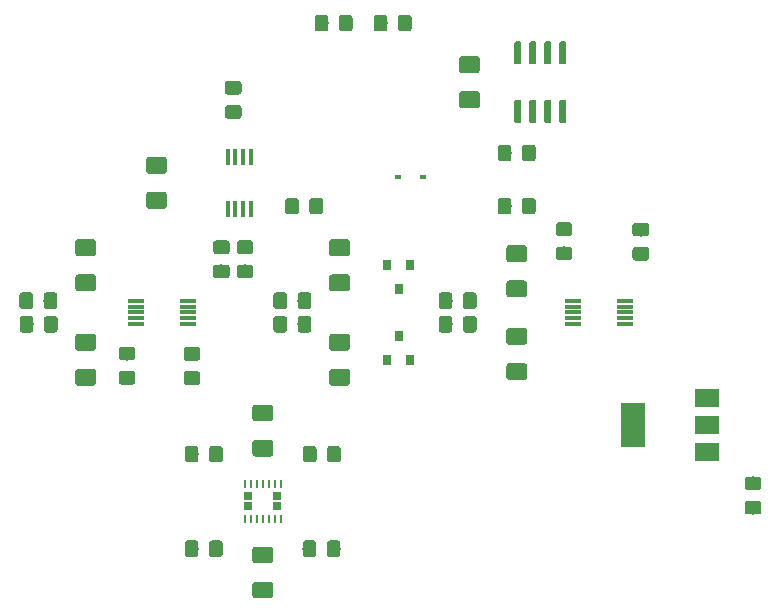
<source format=gbr>
G04 #@! TF.GenerationSoftware,KiCad,Pcbnew,5.1.4-e60b266~84~ubuntu18.04.1*
G04 #@! TF.CreationDate,2019-09-09T22:31:15+02:00*
G04 #@! TF.ProjectId,Frontend_test,46726f6e-7465-46e6-945f-746573742e6b,rev?*
G04 #@! TF.SameCoordinates,Original*
G04 #@! TF.FileFunction,Paste,Top*
G04 #@! TF.FilePolarity,Positive*
%FSLAX46Y46*%
G04 Gerber Fmt 4.6, Leading zero omitted, Abs format (unit mm)*
G04 Created by KiCad (PCBNEW 5.1.4-e60b266~84~ubuntu18.04.1) date 2019-09-09 22:31:15*
%MOMM*%
%LPD*%
G04 APERTURE LIST*
%ADD10C,0.150000*%
%ADD11C,1.150000*%
%ADD12C,1.425000*%
%ADD13R,0.250000X0.700000*%
%ADD14R,0.670000X0.685000*%
%ADD15C,0.600000*%
%ADD16R,0.450000X1.450000*%
%ADD17R,0.600000X0.450000*%
%ADD18R,0.800000X0.900000*%
%ADD19R,2.000000X1.500000*%
%ADD20R,2.000000X3.800000*%
%ADD21R,1.400000X0.300000*%
G04 APERTURE END LIST*
D10*
G36*
X179974505Y-104451204D02*
G01*
X179998773Y-104454804D01*
X180022572Y-104460765D01*
X180045671Y-104469030D01*
X180067850Y-104479520D01*
X180088893Y-104492132D01*
X180108599Y-104506747D01*
X180126777Y-104523223D01*
X180143253Y-104541401D01*
X180157868Y-104561107D01*
X180170480Y-104582150D01*
X180180970Y-104604329D01*
X180189235Y-104627428D01*
X180195196Y-104651227D01*
X180198796Y-104675495D01*
X180200000Y-104699999D01*
X180200000Y-105350001D01*
X180198796Y-105374505D01*
X180195196Y-105398773D01*
X180189235Y-105422572D01*
X180180970Y-105445671D01*
X180170480Y-105467850D01*
X180157868Y-105488893D01*
X180143253Y-105508599D01*
X180126777Y-105526777D01*
X180108599Y-105543253D01*
X180088893Y-105557868D01*
X180067850Y-105570480D01*
X180045671Y-105580970D01*
X180022572Y-105589235D01*
X179998773Y-105595196D01*
X179974505Y-105598796D01*
X179950001Y-105600000D01*
X179049999Y-105600000D01*
X179025495Y-105598796D01*
X179001227Y-105595196D01*
X178977428Y-105589235D01*
X178954329Y-105580970D01*
X178932150Y-105570480D01*
X178911107Y-105557868D01*
X178891401Y-105543253D01*
X178873223Y-105526777D01*
X178856747Y-105508599D01*
X178842132Y-105488893D01*
X178829520Y-105467850D01*
X178819030Y-105445671D01*
X178810765Y-105422572D01*
X178804804Y-105398773D01*
X178801204Y-105374505D01*
X178800000Y-105350001D01*
X178800000Y-104699999D01*
X178801204Y-104675495D01*
X178804804Y-104651227D01*
X178810765Y-104627428D01*
X178819030Y-104604329D01*
X178829520Y-104582150D01*
X178842132Y-104561107D01*
X178856747Y-104541401D01*
X178873223Y-104523223D01*
X178891401Y-104506747D01*
X178911107Y-104492132D01*
X178932150Y-104479520D01*
X178954329Y-104469030D01*
X178977428Y-104460765D01*
X179001227Y-104454804D01*
X179025495Y-104451204D01*
X179049999Y-104450000D01*
X179950001Y-104450000D01*
X179974505Y-104451204D01*
X179974505Y-104451204D01*
G37*
D11*
X179500000Y-105025000D03*
D10*
G36*
X179974505Y-102401204D02*
G01*
X179998773Y-102404804D01*
X180022572Y-102410765D01*
X180045671Y-102419030D01*
X180067850Y-102429520D01*
X180088893Y-102442132D01*
X180108599Y-102456747D01*
X180126777Y-102473223D01*
X180143253Y-102491401D01*
X180157868Y-102511107D01*
X180170480Y-102532150D01*
X180180970Y-102554329D01*
X180189235Y-102577428D01*
X180195196Y-102601227D01*
X180198796Y-102625495D01*
X180200000Y-102649999D01*
X180200000Y-103300001D01*
X180198796Y-103324505D01*
X180195196Y-103348773D01*
X180189235Y-103372572D01*
X180180970Y-103395671D01*
X180170480Y-103417850D01*
X180157868Y-103438893D01*
X180143253Y-103458599D01*
X180126777Y-103476777D01*
X180108599Y-103493253D01*
X180088893Y-103507868D01*
X180067850Y-103520480D01*
X180045671Y-103530970D01*
X180022572Y-103539235D01*
X179998773Y-103545196D01*
X179974505Y-103548796D01*
X179950001Y-103550000D01*
X179049999Y-103550000D01*
X179025495Y-103548796D01*
X179001227Y-103545196D01*
X178977428Y-103539235D01*
X178954329Y-103530970D01*
X178932150Y-103520480D01*
X178911107Y-103507868D01*
X178891401Y-103493253D01*
X178873223Y-103476777D01*
X178856747Y-103458599D01*
X178842132Y-103438893D01*
X178829520Y-103417850D01*
X178819030Y-103395671D01*
X178810765Y-103372572D01*
X178804804Y-103348773D01*
X178801204Y-103324505D01*
X178800000Y-103300001D01*
X178800000Y-102649999D01*
X178801204Y-102625495D01*
X178804804Y-102601227D01*
X178810765Y-102577428D01*
X178819030Y-102554329D01*
X178829520Y-102532150D01*
X178842132Y-102511107D01*
X178856747Y-102491401D01*
X178873223Y-102473223D01*
X178891401Y-102456747D01*
X178911107Y-102442132D01*
X178932150Y-102429520D01*
X178954329Y-102419030D01*
X178977428Y-102410765D01*
X179001227Y-102404804D01*
X179025495Y-102401204D01*
X179049999Y-102400000D01*
X179950001Y-102400000D01*
X179974505Y-102401204D01*
X179974505Y-102401204D01*
G37*
D11*
X179500000Y-102975000D03*
D10*
G36*
X148149504Y-129813704D02*
G01*
X148173773Y-129817304D01*
X148197571Y-129823265D01*
X148220671Y-129831530D01*
X148242849Y-129842020D01*
X148263893Y-129854633D01*
X148283598Y-129869247D01*
X148301777Y-129885723D01*
X148318253Y-129903902D01*
X148332867Y-129923607D01*
X148345480Y-129944651D01*
X148355970Y-129966829D01*
X148364235Y-129989929D01*
X148370196Y-130013727D01*
X148373796Y-130037996D01*
X148375000Y-130062500D01*
X148375000Y-130987500D01*
X148373796Y-131012004D01*
X148370196Y-131036273D01*
X148364235Y-131060071D01*
X148355970Y-131083171D01*
X148345480Y-131105349D01*
X148332867Y-131126393D01*
X148318253Y-131146098D01*
X148301777Y-131164277D01*
X148283598Y-131180753D01*
X148263893Y-131195367D01*
X148242849Y-131207980D01*
X148220671Y-131218470D01*
X148197571Y-131226735D01*
X148173773Y-131232696D01*
X148149504Y-131236296D01*
X148125000Y-131237500D01*
X146875000Y-131237500D01*
X146850496Y-131236296D01*
X146826227Y-131232696D01*
X146802429Y-131226735D01*
X146779329Y-131218470D01*
X146757151Y-131207980D01*
X146736107Y-131195367D01*
X146716402Y-131180753D01*
X146698223Y-131164277D01*
X146681747Y-131146098D01*
X146667133Y-131126393D01*
X146654520Y-131105349D01*
X146644030Y-131083171D01*
X146635765Y-131060071D01*
X146629804Y-131036273D01*
X146626204Y-131012004D01*
X146625000Y-130987500D01*
X146625000Y-130062500D01*
X146626204Y-130037996D01*
X146629804Y-130013727D01*
X146635765Y-129989929D01*
X146644030Y-129966829D01*
X146654520Y-129944651D01*
X146667133Y-129923607D01*
X146681747Y-129903902D01*
X146698223Y-129885723D01*
X146716402Y-129869247D01*
X146736107Y-129854633D01*
X146757151Y-129842020D01*
X146779329Y-129831530D01*
X146802429Y-129823265D01*
X146826227Y-129817304D01*
X146850496Y-129813704D01*
X146875000Y-129812500D01*
X148125000Y-129812500D01*
X148149504Y-129813704D01*
X148149504Y-129813704D01*
G37*
D12*
X147500000Y-130525000D03*
D10*
G36*
X148149504Y-132788704D02*
G01*
X148173773Y-132792304D01*
X148197571Y-132798265D01*
X148220671Y-132806530D01*
X148242849Y-132817020D01*
X148263893Y-132829633D01*
X148283598Y-132844247D01*
X148301777Y-132860723D01*
X148318253Y-132878902D01*
X148332867Y-132898607D01*
X148345480Y-132919651D01*
X148355970Y-132941829D01*
X148364235Y-132964929D01*
X148370196Y-132988727D01*
X148373796Y-133012996D01*
X148375000Y-133037500D01*
X148375000Y-133962500D01*
X148373796Y-133987004D01*
X148370196Y-134011273D01*
X148364235Y-134035071D01*
X148355970Y-134058171D01*
X148345480Y-134080349D01*
X148332867Y-134101393D01*
X148318253Y-134121098D01*
X148301777Y-134139277D01*
X148283598Y-134155753D01*
X148263893Y-134170367D01*
X148242849Y-134182980D01*
X148220671Y-134193470D01*
X148197571Y-134201735D01*
X148173773Y-134207696D01*
X148149504Y-134211296D01*
X148125000Y-134212500D01*
X146875000Y-134212500D01*
X146850496Y-134211296D01*
X146826227Y-134207696D01*
X146802429Y-134201735D01*
X146779329Y-134193470D01*
X146757151Y-134182980D01*
X146736107Y-134170367D01*
X146716402Y-134155753D01*
X146698223Y-134139277D01*
X146681747Y-134121098D01*
X146667133Y-134101393D01*
X146654520Y-134080349D01*
X146644030Y-134058171D01*
X146635765Y-134035071D01*
X146629804Y-134011273D01*
X146626204Y-133987004D01*
X146625000Y-133962500D01*
X146625000Y-133037500D01*
X146626204Y-133012996D01*
X146629804Y-132988727D01*
X146635765Y-132964929D01*
X146644030Y-132941829D01*
X146654520Y-132919651D01*
X146667133Y-132898607D01*
X146681747Y-132878902D01*
X146698223Y-132860723D01*
X146716402Y-132844247D01*
X146736107Y-132829633D01*
X146757151Y-132817020D01*
X146779329Y-132806530D01*
X146802429Y-132798265D01*
X146826227Y-132792304D01*
X146850496Y-132788704D01*
X146875000Y-132787500D01*
X148125000Y-132787500D01*
X148149504Y-132788704D01*
X148149504Y-132788704D01*
G37*
D12*
X147500000Y-133500000D03*
D10*
G36*
X151799505Y-129301204D02*
G01*
X151823773Y-129304804D01*
X151847572Y-129310765D01*
X151870671Y-129319030D01*
X151892850Y-129329520D01*
X151913893Y-129342132D01*
X151933599Y-129356747D01*
X151951777Y-129373223D01*
X151968253Y-129391401D01*
X151982868Y-129411107D01*
X151995480Y-129432150D01*
X152005970Y-129454329D01*
X152014235Y-129477428D01*
X152020196Y-129501227D01*
X152023796Y-129525495D01*
X152025000Y-129549999D01*
X152025000Y-130450001D01*
X152023796Y-130474505D01*
X152020196Y-130498773D01*
X152014235Y-130522572D01*
X152005970Y-130545671D01*
X151995480Y-130567850D01*
X151982868Y-130588893D01*
X151968253Y-130608599D01*
X151951777Y-130626777D01*
X151933599Y-130643253D01*
X151913893Y-130657868D01*
X151892850Y-130670480D01*
X151870671Y-130680970D01*
X151847572Y-130689235D01*
X151823773Y-130695196D01*
X151799505Y-130698796D01*
X151775001Y-130700000D01*
X151124999Y-130700000D01*
X151100495Y-130698796D01*
X151076227Y-130695196D01*
X151052428Y-130689235D01*
X151029329Y-130680970D01*
X151007150Y-130670480D01*
X150986107Y-130657868D01*
X150966401Y-130643253D01*
X150948223Y-130626777D01*
X150931747Y-130608599D01*
X150917132Y-130588893D01*
X150904520Y-130567850D01*
X150894030Y-130545671D01*
X150885765Y-130522572D01*
X150879804Y-130498773D01*
X150876204Y-130474505D01*
X150875000Y-130450001D01*
X150875000Y-129549999D01*
X150876204Y-129525495D01*
X150879804Y-129501227D01*
X150885765Y-129477428D01*
X150894030Y-129454329D01*
X150904520Y-129432150D01*
X150917132Y-129411107D01*
X150931747Y-129391401D01*
X150948223Y-129373223D01*
X150966401Y-129356747D01*
X150986107Y-129342132D01*
X151007150Y-129329520D01*
X151029329Y-129319030D01*
X151052428Y-129310765D01*
X151076227Y-129304804D01*
X151100495Y-129301204D01*
X151124999Y-129300000D01*
X151775001Y-129300000D01*
X151799505Y-129301204D01*
X151799505Y-129301204D01*
G37*
D11*
X151450000Y-130000000D03*
D10*
G36*
X153849505Y-129301204D02*
G01*
X153873773Y-129304804D01*
X153897572Y-129310765D01*
X153920671Y-129319030D01*
X153942850Y-129329520D01*
X153963893Y-129342132D01*
X153983599Y-129356747D01*
X154001777Y-129373223D01*
X154018253Y-129391401D01*
X154032868Y-129411107D01*
X154045480Y-129432150D01*
X154055970Y-129454329D01*
X154064235Y-129477428D01*
X154070196Y-129501227D01*
X154073796Y-129525495D01*
X154075000Y-129549999D01*
X154075000Y-130450001D01*
X154073796Y-130474505D01*
X154070196Y-130498773D01*
X154064235Y-130522572D01*
X154055970Y-130545671D01*
X154045480Y-130567850D01*
X154032868Y-130588893D01*
X154018253Y-130608599D01*
X154001777Y-130626777D01*
X153983599Y-130643253D01*
X153963893Y-130657868D01*
X153942850Y-130670480D01*
X153920671Y-130680970D01*
X153897572Y-130689235D01*
X153873773Y-130695196D01*
X153849505Y-130698796D01*
X153825001Y-130700000D01*
X153174999Y-130700000D01*
X153150495Y-130698796D01*
X153126227Y-130695196D01*
X153102428Y-130689235D01*
X153079329Y-130680970D01*
X153057150Y-130670480D01*
X153036107Y-130657868D01*
X153016401Y-130643253D01*
X152998223Y-130626777D01*
X152981747Y-130608599D01*
X152967132Y-130588893D01*
X152954520Y-130567850D01*
X152944030Y-130545671D01*
X152935765Y-130522572D01*
X152929804Y-130498773D01*
X152926204Y-130474505D01*
X152925000Y-130450001D01*
X152925000Y-129549999D01*
X152926204Y-129525495D01*
X152929804Y-129501227D01*
X152935765Y-129477428D01*
X152944030Y-129454329D01*
X152954520Y-129432150D01*
X152967132Y-129411107D01*
X152981747Y-129391401D01*
X152998223Y-129373223D01*
X153016401Y-129356747D01*
X153036107Y-129342132D01*
X153057150Y-129329520D01*
X153079329Y-129319030D01*
X153102428Y-129310765D01*
X153126227Y-129304804D01*
X153150495Y-129301204D01*
X153174999Y-129300000D01*
X153825001Y-129300000D01*
X153849505Y-129301204D01*
X153849505Y-129301204D01*
G37*
D11*
X153500000Y-130000000D03*
D10*
G36*
X148149504Y-120776204D02*
G01*
X148173773Y-120779804D01*
X148197571Y-120785765D01*
X148220671Y-120794030D01*
X148242849Y-120804520D01*
X148263893Y-120817133D01*
X148283598Y-120831747D01*
X148301777Y-120848223D01*
X148318253Y-120866402D01*
X148332867Y-120886107D01*
X148345480Y-120907151D01*
X148355970Y-120929329D01*
X148364235Y-120952429D01*
X148370196Y-120976227D01*
X148373796Y-121000496D01*
X148375000Y-121025000D01*
X148375000Y-121950000D01*
X148373796Y-121974504D01*
X148370196Y-121998773D01*
X148364235Y-122022571D01*
X148355970Y-122045671D01*
X148345480Y-122067849D01*
X148332867Y-122088893D01*
X148318253Y-122108598D01*
X148301777Y-122126777D01*
X148283598Y-122143253D01*
X148263893Y-122157867D01*
X148242849Y-122170480D01*
X148220671Y-122180970D01*
X148197571Y-122189235D01*
X148173773Y-122195196D01*
X148149504Y-122198796D01*
X148125000Y-122200000D01*
X146875000Y-122200000D01*
X146850496Y-122198796D01*
X146826227Y-122195196D01*
X146802429Y-122189235D01*
X146779329Y-122180970D01*
X146757151Y-122170480D01*
X146736107Y-122157867D01*
X146716402Y-122143253D01*
X146698223Y-122126777D01*
X146681747Y-122108598D01*
X146667133Y-122088893D01*
X146654520Y-122067849D01*
X146644030Y-122045671D01*
X146635765Y-122022571D01*
X146629804Y-121998773D01*
X146626204Y-121974504D01*
X146625000Y-121950000D01*
X146625000Y-121025000D01*
X146626204Y-121000496D01*
X146629804Y-120976227D01*
X146635765Y-120952429D01*
X146644030Y-120929329D01*
X146654520Y-120907151D01*
X146667133Y-120886107D01*
X146681747Y-120866402D01*
X146698223Y-120848223D01*
X146716402Y-120831747D01*
X146736107Y-120817133D01*
X146757151Y-120804520D01*
X146779329Y-120794030D01*
X146802429Y-120785765D01*
X146826227Y-120779804D01*
X146850496Y-120776204D01*
X146875000Y-120775000D01*
X148125000Y-120775000D01*
X148149504Y-120776204D01*
X148149504Y-120776204D01*
G37*
D12*
X147500000Y-121487500D03*
D10*
G36*
X148149504Y-117801204D02*
G01*
X148173773Y-117804804D01*
X148197571Y-117810765D01*
X148220671Y-117819030D01*
X148242849Y-117829520D01*
X148263893Y-117842133D01*
X148283598Y-117856747D01*
X148301777Y-117873223D01*
X148318253Y-117891402D01*
X148332867Y-117911107D01*
X148345480Y-117932151D01*
X148355970Y-117954329D01*
X148364235Y-117977429D01*
X148370196Y-118001227D01*
X148373796Y-118025496D01*
X148375000Y-118050000D01*
X148375000Y-118975000D01*
X148373796Y-118999504D01*
X148370196Y-119023773D01*
X148364235Y-119047571D01*
X148355970Y-119070671D01*
X148345480Y-119092849D01*
X148332867Y-119113893D01*
X148318253Y-119133598D01*
X148301777Y-119151777D01*
X148283598Y-119168253D01*
X148263893Y-119182867D01*
X148242849Y-119195480D01*
X148220671Y-119205970D01*
X148197571Y-119214235D01*
X148173773Y-119220196D01*
X148149504Y-119223796D01*
X148125000Y-119225000D01*
X146875000Y-119225000D01*
X146850496Y-119223796D01*
X146826227Y-119220196D01*
X146802429Y-119214235D01*
X146779329Y-119205970D01*
X146757151Y-119195480D01*
X146736107Y-119182867D01*
X146716402Y-119168253D01*
X146698223Y-119151777D01*
X146681747Y-119133598D01*
X146667133Y-119113893D01*
X146654520Y-119092849D01*
X146644030Y-119070671D01*
X146635765Y-119047571D01*
X146629804Y-119023773D01*
X146626204Y-118999504D01*
X146625000Y-118975000D01*
X146625000Y-118050000D01*
X146626204Y-118025496D01*
X146629804Y-118001227D01*
X146635765Y-117977429D01*
X146644030Y-117954329D01*
X146654520Y-117932151D01*
X146667133Y-117911107D01*
X146681747Y-117891402D01*
X146698223Y-117873223D01*
X146716402Y-117856747D01*
X146736107Y-117842133D01*
X146757151Y-117829520D01*
X146779329Y-117819030D01*
X146802429Y-117810765D01*
X146826227Y-117804804D01*
X146850496Y-117801204D01*
X146875000Y-117800000D01*
X148125000Y-117800000D01*
X148149504Y-117801204D01*
X148149504Y-117801204D01*
G37*
D12*
X147500000Y-118512500D03*
D10*
G36*
X165374505Y-110301204D02*
G01*
X165398773Y-110304804D01*
X165422572Y-110310765D01*
X165445671Y-110319030D01*
X165467850Y-110329520D01*
X165488893Y-110342132D01*
X165508599Y-110356747D01*
X165526777Y-110373223D01*
X165543253Y-110391401D01*
X165557868Y-110411107D01*
X165570480Y-110432150D01*
X165580970Y-110454329D01*
X165589235Y-110477428D01*
X165595196Y-110501227D01*
X165598796Y-110525495D01*
X165600000Y-110549999D01*
X165600000Y-111450001D01*
X165598796Y-111474505D01*
X165595196Y-111498773D01*
X165589235Y-111522572D01*
X165580970Y-111545671D01*
X165570480Y-111567850D01*
X165557868Y-111588893D01*
X165543253Y-111608599D01*
X165526777Y-111626777D01*
X165508599Y-111643253D01*
X165488893Y-111657868D01*
X165467850Y-111670480D01*
X165445671Y-111680970D01*
X165422572Y-111689235D01*
X165398773Y-111695196D01*
X165374505Y-111698796D01*
X165350001Y-111700000D01*
X164699999Y-111700000D01*
X164675495Y-111698796D01*
X164651227Y-111695196D01*
X164627428Y-111689235D01*
X164604329Y-111680970D01*
X164582150Y-111670480D01*
X164561107Y-111657868D01*
X164541401Y-111643253D01*
X164523223Y-111626777D01*
X164506747Y-111608599D01*
X164492132Y-111588893D01*
X164479520Y-111567850D01*
X164469030Y-111545671D01*
X164460765Y-111522572D01*
X164454804Y-111498773D01*
X164451204Y-111474505D01*
X164450000Y-111450001D01*
X164450000Y-110549999D01*
X164451204Y-110525495D01*
X164454804Y-110501227D01*
X164460765Y-110477428D01*
X164469030Y-110454329D01*
X164479520Y-110432150D01*
X164492132Y-110411107D01*
X164506747Y-110391401D01*
X164523223Y-110373223D01*
X164541401Y-110356747D01*
X164561107Y-110342132D01*
X164582150Y-110329520D01*
X164604329Y-110319030D01*
X164627428Y-110310765D01*
X164651227Y-110304804D01*
X164675495Y-110301204D01*
X164699999Y-110300000D01*
X165350001Y-110300000D01*
X165374505Y-110301204D01*
X165374505Y-110301204D01*
G37*
D11*
X165025000Y-111000000D03*
D10*
G36*
X163324505Y-110301204D02*
G01*
X163348773Y-110304804D01*
X163372572Y-110310765D01*
X163395671Y-110319030D01*
X163417850Y-110329520D01*
X163438893Y-110342132D01*
X163458599Y-110356747D01*
X163476777Y-110373223D01*
X163493253Y-110391401D01*
X163507868Y-110411107D01*
X163520480Y-110432150D01*
X163530970Y-110454329D01*
X163539235Y-110477428D01*
X163545196Y-110501227D01*
X163548796Y-110525495D01*
X163550000Y-110549999D01*
X163550000Y-111450001D01*
X163548796Y-111474505D01*
X163545196Y-111498773D01*
X163539235Y-111522572D01*
X163530970Y-111545671D01*
X163520480Y-111567850D01*
X163507868Y-111588893D01*
X163493253Y-111608599D01*
X163476777Y-111626777D01*
X163458599Y-111643253D01*
X163438893Y-111657868D01*
X163417850Y-111670480D01*
X163395671Y-111680970D01*
X163372572Y-111689235D01*
X163348773Y-111695196D01*
X163324505Y-111698796D01*
X163300001Y-111700000D01*
X162649999Y-111700000D01*
X162625495Y-111698796D01*
X162601227Y-111695196D01*
X162577428Y-111689235D01*
X162554329Y-111680970D01*
X162532150Y-111670480D01*
X162511107Y-111657868D01*
X162491401Y-111643253D01*
X162473223Y-111626777D01*
X162456747Y-111608599D01*
X162442132Y-111588893D01*
X162429520Y-111567850D01*
X162419030Y-111545671D01*
X162410765Y-111522572D01*
X162404804Y-111498773D01*
X162401204Y-111474505D01*
X162400000Y-111450001D01*
X162400000Y-110549999D01*
X162401204Y-110525495D01*
X162404804Y-110501227D01*
X162410765Y-110477428D01*
X162419030Y-110454329D01*
X162429520Y-110432150D01*
X162442132Y-110411107D01*
X162456747Y-110391401D01*
X162473223Y-110373223D01*
X162491401Y-110356747D01*
X162511107Y-110342132D01*
X162532150Y-110329520D01*
X162554329Y-110319030D01*
X162577428Y-110310765D01*
X162601227Y-110304804D01*
X162625495Y-110301204D01*
X162649999Y-110300000D01*
X163300001Y-110300000D01*
X163324505Y-110301204D01*
X163324505Y-110301204D01*
G37*
D11*
X162975000Y-111000000D03*
D13*
X149000000Y-124550000D03*
X148500000Y-124550000D03*
X148000000Y-124550000D03*
X147500000Y-124550000D03*
X147000000Y-124550000D03*
X146500000Y-124550000D03*
X146000000Y-124550000D03*
X146000000Y-127450000D03*
X146500000Y-127450000D03*
X147000000Y-127450000D03*
X147500000Y-127450000D03*
X148000000Y-127450000D03*
X148500000Y-127450000D03*
X149000000Y-127450000D03*
D14*
X148737500Y-125575000D03*
X148737500Y-126425000D03*
X146262500Y-126425000D03*
X146262500Y-125575000D03*
D10*
G36*
X173069703Y-92000722D02*
G01*
X173084264Y-92002882D01*
X173098543Y-92006459D01*
X173112403Y-92011418D01*
X173125710Y-92017712D01*
X173138336Y-92025280D01*
X173150159Y-92034048D01*
X173161066Y-92043934D01*
X173170952Y-92054841D01*
X173179720Y-92066664D01*
X173187288Y-92079290D01*
X173193582Y-92092597D01*
X173198541Y-92106457D01*
X173202118Y-92120736D01*
X173204278Y-92135297D01*
X173205000Y-92150000D01*
X173205000Y-93800000D01*
X173204278Y-93814703D01*
X173202118Y-93829264D01*
X173198541Y-93843543D01*
X173193582Y-93857403D01*
X173187288Y-93870710D01*
X173179720Y-93883336D01*
X173170952Y-93895159D01*
X173161066Y-93906066D01*
X173150159Y-93915952D01*
X173138336Y-93924720D01*
X173125710Y-93932288D01*
X173112403Y-93938582D01*
X173098543Y-93943541D01*
X173084264Y-93947118D01*
X173069703Y-93949278D01*
X173055000Y-93950000D01*
X172755000Y-93950000D01*
X172740297Y-93949278D01*
X172725736Y-93947118D01*
X172711457Y-93943541D01*
X172697597Y-93938582D01*
X172684290Y-93932288D01*
X172671664Y-93924720D01*
X172659841Y-93915952D01*
X172648934Y-93906066D01*
X172639048Y-93895159D01*
X172630280Y-93883336D01*
X172622712Y-93870710D01*
X172616418Y-93857403D01*
X172611459Y-93843543D01*
X172607882Y-93829264D01*
X172605722Y-93814703D01*
X172605000Y-93800000D01*
X172605000Y-92150000D01*
X172605722Y-92135297D01*
X172607882Y-92120736D01*
X172611459Y-92106457D01*
X172616418Y-92092597D01*
X172622712Y-92079290D01*
X172630280Y-92066664D01*
X172639048Y-92054841D01*
X172648934Y-92043934D01*
X172659841Y-92034048D01*
X172671664Y-92025280D01*
X172684290Y-92017712D01*
X172697597Y-92011418D01*
X172711457Y-92006459D01*
X172725736Y-92002882D01*
X172740297Y-92000722D01*
X172755000Y-92000000D01*
X173055000Y-92000000D01*
X173069703Y-92000722D01*
X173069703Y-92000722D01*
G37*
D15*
X172905000Y-92975000D03*
D10*
G36*
X171799703Y-92000722D02*
G01*
X171814264Y-92002882D01*
X171828543Y-92006459D01*
X171842403Y-92011418D01*
X171855710Y-92017712D01*
X171868336Y-92025280D01*
X171880159Y-92034048D01*
X171891066Y-92043934D01*
X171900952Y-92054841D01*
X171909720Y-92066664D01*
X171917288Y-92079290D01*
X171923582Y-92092597D01*
X171928541Y-92106457D01*
X171932118Y-92120736D01*
X171934278Y-92135297D01*
X171935000Y-92150000D01*
X171935000Y-93800000D01*
X171934278Y-93814703D01*
X171932118Y-93829264D01*
X171928541Y-93843543D01*
X171923582Y-93857403D01*
X171917288Y-93870710D01*
X171909720Y-93883336D01*
X171900952Y-93895159D01*
X171891066Y-93906066D01*
X171880159Y-93915952D01*
X171868336Y-93924720D01*
X171855710Y-93932288D01*
X171842403Y-93938582D01*
X171828543Y-93943541D01*
X171814264Y-93947118D01*
X171799703Y-93949278D01*
X171785000Y-93950000D01*
X171485000Y-93950000D01*
X171470297Y-93949278D01*
X171455736Y-93947118D01*
X171441457Y-93943541D01*
X171427597Y-93938582D01*
X171414290Y-93932288D01*
X171401664Y-93924720D01*
X171389841Y-93915952D01*
X171378934Y-93906066D01*
X171369048Y-93895159D01*
X171360280Y-93883336D01*
X171352712Y-93870710D01*
X171346418Y-93857403D01*
X171341459Y-93843543D01*
X171337882Y-93829264D01*
X171335722Y-93814703D01*
X171335000Y-93800000D01*
X171335000Y-92150000D01*
X171335722Y-92135297D01*
X171337882Y-92120736D01*
X171341459Y-92106457D01*
X171346418Y-92092597D01*
X171352712Y-92079290D01*
X171360280Y-92066664D01*
X171369048Y-92054841D01*
X171378934Y-92043934D01*
X171389841Y-92034048D01*
X171401664Y-92025280D01*
X171414290Y-92017712D01*
X171427597Y-92011418D01*
X171441457Y-92006459D01*
X171455736Y-92002882D01*
X171470297Y-92000722D01*
X171485000Y-92000000D01*
X171785000Y-92000000D01*
X171799703Y-92000722D01*
X171799703Y-92000722D01*
G37*
D15*
X171635000Y-92975000D03*
D10*
G36*
X170529703Y-92000722D02*
G01*
X170544264Y-92002882D01*
X170558543Y-92006459D01*
X170572403Y-92011418D01*
X170585710Y-92017712D01*
X170598336Y-92025280D01*
X170610159Y-92034048D01*
X170621066Y-92043934D01*
X170630952Y-92054841D01*
X170639720Y-92066664D01*
X170647288Y-92079290D01*
X170653582Y-92092597D01*
X170658541Y-92106457D01*
X170662118Y-92120736D01*
X170664278Y-92135297D01*
X170665000Y-92150000D01*
X170665000Y-93800000D01*
X170664278Y-93814703D01*
X170662118Y-93829264D01*
X170658541Y-93843543D01*
X170653582Y-93857403D01*
X170647288Y-93870710D01*
X170639720Y-93883336D01*
X170630952Y-93895159D01*
X170621066Y-93906066D01*
X170610159Y-93915952D01*
X170598336Y-93924720D01*
X170585710Y-93932288D01*
X170572403Y-93938582D01*
X170558543Y-93943541D01*
X170544264Y-93947118D01*
X170529703Y-93949278D01*
X170515000Y-93950000D01*
X170215000Y-93950000D01*
X170200297Y-93949278D01*
X170185736Y-93947118D01*
X170171457Y-93943541D01*
X170157597Y-93938582D01*
X170144290Y-93932288D01*
X170131664Y-93924720D01*
X170119841Y-93915952D01*
X170108934Y-93906066D01*
X170099048Y-93895159D01*
X170090280Y-93883336D01*
X170082712Y-93870710D01*
X170076418Y-93857403D01*
X170071459Y-93843543D01*
X170067882Y-93829264D01*
X170065722Y-93814703D01*
X170065000Y-93800000D01*
X170065000Y-92150000D01*
X170065722Y-92135297D01*
X170067882Y-92120736D01*
X170071459Y-92106457D01*
X170076418Y-92092597D01*
X170082712Y-92079290D01*
X170090280Y-92066664D01*
X170099048Y-92054841D01*
X170108934Y-92043934D01*
X170119841Y-92034048D01*
X170131664Y-92025280D01*
X170144290Y-92017712D01*
X170157597Y-92011418D01*
X170171457Y-92006459D01*
X170185736Y-92002882D01*
X170200297Y-92000722D01*
X170215000Y-92000000D01*
X170515000Y-92000000D01*
X170529703Y-92000722D01*
X170529703Y-92000722D01*
G37*
D15*
X170365000Y-92975000D03*
D10*
G36*
X169259703Y-92000722D02*
G01*
X169274264Y-92002882D01*
X169288543Y-92006459D01*
X169302403Y-92011418D01*
X169315710Y-92017712D01*
X169328336Y-92025280D01*
X169340159Y-92034048D01*
X169351066Y-92043934D01*
X169360952Y-92054841D01*
X169369720Y-92066664D01*
X169377288Y-92079290D01*
X169383582Y-92092597D01*
X169388541Y-92106457D01*
X169392118Y-92120736D01*
X169394278Y-92135297D01*
X169395000Y-92150000D01*
X169395000Y-93800000D01*
X169394278Y-93814703D01*
X169392118Y-93829264D01*
X169388541Y-93843543D01*
X169383582Y-93857403D01*
X169377288Y-93870710D01*
X169369720Y-93883336D01*
X169360952Y-93895159D01*
X169351066Y-93906066D01*
X169340159Y-93915952D01*
X169328336Y-93924720D01*
X169315710Y-93932288D01*
X169302403Y-93938582D01*
X169288543Y-93943541D01*
X169274264Y-93947118D01*
X169259703Y-93949278D01*
X169245000Y-93950000D01*
X168945000Y-93950000D01*
X168930297Y-93949278D01*
X168915736Y-93947118D01*
X168901457Y-93943541D01*
X168887597Y-93938582D01*
X168874290Y-93932288D01*
X168861664Y-93924720D01*
X168849841Y-93915952D01*
X168838934Y-93906066D01*
X168829048Y-93895159D01*
X168820280Y-93883336D01*
X168812712Y-93870710D01*
X168806418Y-93857403D01*
X168801459Y-93843543D01*
X168797882Y-93829264D01*
X168795722Y-93814703D01*
X168795000Y-93800000D01*
X168795000Y-92150000D01*
X168795722Y-92135297D01*
X168797882Y-92120736D01*
X168801459Y-92106457D01*
X168806418Y-92092597D01*
X168812712Y-92079290D01*
X168820280Y-92066664D01*
X168829048Y-92054841D01*
X168838934Y-92043934D01*
X168849841Y-92034048D01*
X168861664Y-92025280D01*
X168874290Y-92017712D01*
X168887597Y-92011418D01*
X168901457Y-92006459D01*
X168915736Y-92002882D01*
X168930297Y-92000722D01*
X168945000Y-92000000D01*
X169245000Y-92000000D01*
X169259703Y-92000722D01*
X169259703Y-92000722D01*
G37*
D15*
X169095000Y-92975000D03*
D10*
G36*
X169259703Y-87050722D02*
G01*
X169274264Y-87052882D01*
X169288543Y-87056459D01*
X169302403Y-87061418D01*
X169315710Y-87067712D01*
X169328336Y-87075280D01*
X169340159Y-87084048D01*
X169351066Y-87093934D01*
X169360952Y-87104841D01*
X169369720Y-87116664D01*
X169377288Y-87129290D01*
X169383582Y-87142597D01*
X169388541Y-87156457D01*
X169392118Y-87170736D01*
X169394278Y-87185297D01*
X169395000Y-87200000D01*
X169395000Y-88850000D01*
X169394278Y-88864703D01*
X169392118Y-88879264D01*
X169388541Y-88893543D01*
X169383582Y-88907403D01*
X169377288Y-88920710D01*
X169369720Y-88933336D01*
X169360952Y-88945159D01*
X169351066Y-88956066D01*
X169340159Y-88965952D01*
X169328336Y-88974720D01*
X169315710Y-88982288D01*
X169302403Y-88988582D01*
X169288543Y-88993541D01*
X169274264Y-88997118D01*
X169259703Y-88999278D01*
X169245000Y-89000000D01*
X168945000Y-89000000D01*
X168930297Y-88999278D01*
X168915736Y-88997118D01*
X168901457Y-88993541D01*
X168887597Y-88988582D01*
X168874290Y-88982288D01*
X168861664Y-88974720D01*
X168849841Y-88965952D01*
X168838934Y-88956066D01*
X168829048Y-88945159D01*
X168820280Y-88933336D01*
X168812712Y-88920710D01*
X168806418Y-88907403D01*
X168801459Y-88893543D01*
X168797882Y-88879264D01*
X168795722Y-88864703D01*
X168795000Y-88850000D01*
X168795000Y-87200000D01*
X168795722Y-87185297D01*
X168797882Y-87170736D01*
X168801459Y-87156457D01*
X168806418Y-87142597D01*
X168812712Y-87129290D01*
X168820280Y-87116664D01*
X168829048Y-87104841D01*
X168838934Y-87093934D01*
X168849841Y-87084048D01*
X168861664Y-87075280D01*
X168874290Y-87067712D01*
X168887597Y-87061418D01*
X168901457Y-87056459D01*
X168915736Y-87052882D01*
X168930297Y-87050722D01*
X168945000Y-87050000D01*
X169245000Y-87050000D01*
X169259703Y-87050722D01*
X169259703Y-87050722D01*
G37*
D15*
X169095000Y-88025000D03*
D10*
G36*
X170529703Y-87050722D02*
G01*
X170544264Y-87052882D01*
X170558543Y-87056459D01*
X170572403Y-87061418D01*
X170585710Y-87067712D01*
X170598336Y-87075280D01*
X170610159Y-87084048D01*
X170621066Y-87093934D01*
X170630952Y-87104841D01*
X170639720Y-87116664D01*
X170647288Y-87129290D01*
X170653582Y-87142597D01*
X170658541Y-87156457D01*
X170662118Y-87170736D01*
X170664278Y-87185297D01*
X170665000Y-87200000D01*
X170665000Y-88850000D01*
X170664278Y-88864703D01*
X170662118Y-88879264D01*
X170658541Y-88893543D01*
X170653582Y-88907403D01*
X170647288Y-88920710D01*
X170639720Y-88933336D01*
X170630952Y-88945159D01*
X170621066Y-88956066D01*
X170610159Y-88965952D01*
X170598336Y-88974720D01*
X170585710Y-88982288D01*
X170572403Y-88988582D01*
X170558543Y-88993541D01*
X170544264Y-88997118D01*
X170529703Y-88999278D01*
X170515000Y-89000000D01*
X170215000Y-89000000D01*
X170200297Y-88999278D01*
X170185736Y-88997118D01*
X170171457Y-88993541D01*
X170157597Y-88988582D01*
X170144290Y-88982288D01*
X170131664Y-88974720D01*
X170119841Y-88965952D01*
X170108934Y-88956066D01*
X170099048Y-88945159D01*
X170090280Y-88933336D01*
X170082712Y-88920710D01*
X170076418Y-88907403D01*
X170071459Y-88893543D01*
X170067882Y-88879264D01*
X170065722Y-88864703D01*
X170065000Y-88850000D01*
X170065000Y-87200000D01*
X170065722Y-87185297D01*
X170067882Y-87170736D01*
X170071459Y-87156457D01*
X170076418Y-87142597D01*
X170082712Y-87129290D01*
X170090280Y-87116664D01*
X170099048Y-87104841D01*
X170108934Y-87093934D01*
X170119841Y-87084048D01*
X170131664Y-87075280D01*
X170144290Y-87067712D01*
X170157597Y-87061418D01*
X170171457Y-87056459D01*
X170185736Y-87052882D01*
X170200297Y-87050722D01*
X170215000Y-87050000D01*
X170515000Y-87050000D01*
X170529703Y-87050722D01*
X170529703Y-87050722D01*
G37*
D15*
X170365000Y-88025000D03*
D10*
G36*
X171799703Y-87050722D02*
G01*
X171814264Y-87052882D01*
X171828543Y-87056459D01*
X171842403Y-87061418D01*
X171855710Y-87067712D01*
X171868336Y-87075280D01*
X171880159Y-87084048D01*
X171891066Y-87093934D01*
X171900952Y-87104841D01*
X171909720Y-87116664D01*
X171917288Y-87129290D01*
X171923582Y-87142597D01*
X171928541Y-87156457D01*
X171932118Y-87170736D01*
X171934278Y-87185297D01*
X171935000Y-87200000D01*
X171935000Y-88850000D01*
X171934278Y-88864703D01*
X171932118Y-88879264D01*
X171928541Y-88893543D01*
X171923582Y-88907403D01*
X171917288Y-88920710D01*
X171909720Y-88933336D01*
X171900952Y-88945159D01*
X171891066Y-88956066D01*
X171880159Y-88965952D01*
X171868336Y-88974720D01*
X171855710Y-88982288D01*
X171842403Y-88988582D01*
X171828543Y-88993541D01*
X171814264Y-88997118D01*
X171799703Y-88999278D01*
X171785000Y-89000000D01*
X171485000Y-89000000D01*
X171470297Y-88999278D01*
X171455736Y-88997118D01*
X171441457Y-88993541D01*
X171427597Y-88988582D01*
X171414290Y-88982288D01*
X171401664Y-88974720D01*
X171389841Y-88965952D01*
X171378934Y-88956066D01*
X171369048Y-88945159D01*
X171360280Y-88933336D01*
X171352712Y-88920710D01*
X171346418Y-88907403D01*
X171341459Y-88893543D01*
X171337882Y-88879264D01*
X171335722Y-88864703D01*
X171335000Y-88850000D01*
X171335000Y-87200000D01*
X171335722Y-87185297D01*
X171337882Y-87170736D01*
X171341459Y-87156457D01*
X171346418Y-87142597D01*
X171352712Y-87129290D01*
X171360280Y-87116664D01*
X171369048Y-87104841D01*
X171378934Y-87093934D01*
X171389841Y-87084048D01*
X171401664Y-87075280D01*
X171414290Y-87067712D01*
X171427597Y-87061418D01*
X171441457Y-87056459D01*
X171455736Y-87052882D01*
X171470297Y-87050722D01*
X171485000Y-87050000D01*
X171785000Y-87050000D01*
X171799703Y-87050722D01*
X171799703Y-87050722D01*
G37*
D15*
X171635000Y-88025000D03*
D10*
G36*
X173069703Y-87050722D02*
G01*
X173084264Y-87052882D01*
X173098543Y-87056459D01*
X173112403Y-87061418D01*
X173125710Y-87067712D01*
X173138336Y-87075280D01*
X173150159Y-87084048D01*
X173161066Y-87093934D01*
X173170952Y-87104841D01*
X173179720Y-87116664D01*
X173187288Y-87129290D01*
X173193582Y-87142597D01*
X173198541Y-87156457D01*
X173202118Y-87170736D01*
X173204278Y-87185297D01*
X173205000Y-87200000D01*
X173205000Y-88850000D01*
X173204278Y-88864703D01*
X173202118Y-88879264D01*
X173198541Y-88893543D01*
X173193582Y-88907403D01*
X173187288Y-88920710D01*
X173179720Y-88933336D01*
X173170952Y-88945159D01*
X173161066Y-88956066D01*
X173150159Y-88965952D01*
X173138336Y-88974720D01*
X173125710Y-88982288D01*
X173112403Y-88988582D01*
X173098543Y-88993541D01*
X173084264Y-88997118D01*
X173069703Y-88999278D01*
X173055000Y-89000000D01*
X172755000Y-89000000D01*
X172740297Y-88999278D01*
X172725736Y-88997118D01*
X172711457Y-88993541D01*
X172697597Y-88988582D01*
X172684290Y-88982288D01*
X172671664Y-88974720D01*
X172659841Y-88965952D01*
X172648934Y-88956066D01*
X172639048Y-88945159D01*
X172630280Y-88933336D01*
X172622712Y-88920710D01*
X172616418Y-88907403D01*
X172611459Y-88893543D01*
X172607882Y-88879264D01*
X172605722Y-88864703D01*
X172605000Y-88850000D01*
X172605000Y-87200000D01*
X172605722Y-87185297D01*
X172607882Y-87170736D01*
X172611459Y-87156457D01*
X172616418Y-87142597D01*
X172622712Y-87129290D01*
X172630280Y-87116664D01*
X172639048Y-87104841D01*
X172648934Y-87093934D01*
X172659841Y-87084048D01*
X172671664Y-87075280D01*
X172684290Y-87067712D01*
X172697597Y-87061418D01*
X172711457Y-87056459D01*
X172725736Y-87052882D01*
X172740297Y-87050722D01*
X172755000Y-87050000D01*
X173055000Y-87050000D01*
X173069703Y-87050722D01*
X173069703Y-87050722D01*
G37*
D15*
X172905000Y-88025000D03*
D16*
X144525000Y-96800000D03*
X145175000Y-96800000D03*
X145825000Y-96800000D03*
X146475000Y-96800000D03*
X146475000Y-101200000D03*
X145825000Y-101200000D03*
X145175000Y-101200000D03*
X144525000Y-101200000D03*
D10*
G36*
X159874505Y-84801204D02*
G01*
X159898773Y-84804804D01*
X159922572Y-84810765D01*
X159945671Y-84819030D01*
X159967850Y-84829520D01*
X159988893Y-84842132D01*
X160008599Y-84856747D01*
X160026777Y-84873223D01*
X160043253Y-84891401D01*
X160057868Y-84911107D01*
X160070480Y-84932150D01*
X160080970Y-84954329D01*
X160089235Y-84977428D01*
X160095196Y-85001227D01*
X160098796Y-85025495D01*
X160100000Y-85049999D01*
X160100000Y-85950001D01*
X160098796Y-85974505D01*
X160095196Y-85998773D01*
X160089235Y-86022572D01*
X160080970Y-86045671D01*
X160070480Y-86067850D01*
X160057868Y-86088893D01*
X160043253Y-86108599D01*
X160026777Y-86126777D01*
X160008599Y-86143253D01*
X159988893Y-86157868D01*
X159967850Y-86170480D01*
X159945671Y-86180970D01*
X159922572Y-86189235D01*
X159898773Y-86195196D01*
X159874505Y-86198796D01*
X159850001Y-86200000D01*
X159199999Y-86200000D01*
X159175495Y-86198796D01*
X159151227Y-86195196D01*
X159127428Y-86189235D01*
X159104329Y-86180970D01*
X159082150Y-86170480D01*
X159061107Y-86157868D01*
X159041401Y-86143253D01*
X159023223Y-86126777D01*
X159006747Y-86108599D01*
X158992132Y-86088893D01*
X158979520Y-86067850D01*
X158969030Y-86045671D01*
X158960765Y-86022572D01*
X158954804Y-85998773D01*
X158951204Y-85974505D01*
X158950000Y-85950001D01*
X158950000Y-85049999D01*
X158951204Y-85025495D01*
X158954804Y-85001227D01*
X158960765Y-84977428D01*
X158969030Y-84954329D01*
X158979520Y-84932150D01*
X158992132Y-84911107D01*
X159006747Y-84891401D01*
X159023223Y-84873223D01*
X159041401Y-84856747D01*
X159061107Y-84842132D01*
X159082150Y-84829520D01*
X159104329Y-84819030D01*
X159127428Y-84810765D01*
X159151227Y-84804804D01*
X159175495Y-84801204D01*
X159199999Y-84800000D01*
X159850001Y-84800000D01*
X159874505Y-84801204D01*
X159874505Y-84801204D01*
G37*
D11*
X159525000Y-85500000D03*
D10*
G36*
X157824505Y-84801204D02*
G01*
X157848773Y-84804804D01*
X157872572Y-84810765D01*
X157895671Y-84819030D01*
X157917850Y-84829520D01*
X157938893Y-84842132D01*
X157958599Y-84856747D01*
X157976777Y-84873223D01*
X157993253Y-84891401D01*
X158007868Y-84911107D01*
X158020480Y-84932150D01*
X158030970Y-84954329D01*
X158039235Y-84977428D01*
X158045196Y-85001227D01*
X158048796Y-85025495D01*
X158050000Y-85049999D01*
X158050000Y-85950001D01*
X158048796Y-85974505D01*
X158045196Y-85998773D01*
X158039235Y-86022572D01*
X158030970Y-86045671D01*
X158020480Y-86067850D01*
X158007868Y-86088893D01*
X157993253Y-86108599D01*
X157976777Y-86126777D01*
X157958599Y-86143253D01*
X157938893Y-86157868D01*
X157917850Y-86170480D01*
X157895671Y-86180970D01*
X157872572Y-86189235D01*
X157848773Y-86195196D01*
X157824505Y-86198796D01*
X157800001Y-86200000D01*
X157149999Y-86200000D01*
X157125495Y-86198796D01*
X157101227Y-86195196D01*
X157077428Y-86189235D01*
X157054329Y-86180970D01*
X157032150Y-86170480D01*
X157011107Y-86157868D01*
X156991401Y-86143253D01*
X156973223Y-86126777D01*
X156956747Y-86108599D01*
X156942132Y-86088893D01*
X156929520Y-86067850D01*
X156919030Y-86045671D01*
X156910765Y-86022572D01*
X156904804Y-85998773D01*
X156901204Y-85974505D01*
X156900000Y-85950001D01*
X156900000Y-85049999D01*
X156901204Y-85025495D01*
X156904804Y-85001227D01*
X156910765Y-84977428D01*
X156919030Y-84954329D01*
X156929520Y-84932150D01*
X156942132Y-84911107D01*
X156956747Y-84891401D01*
X156973223Y-84873223D01*
X156991401Y-84856747D01*
X157011107Y-84842132D01*
X157032150Y-84829520D01*
X157054329Y-84819030D01*
X157077428Y-84810765D01*
X157101227Y-84804804D01*
X157125495Y-84801204D01*
X157149999Y-84800000D01*
X157800001Y-84800000D01*
X157824505Y-84801204D01*
X157824505Y-84801204D01*
G37*
D11*
X157475000Y-85500000D03*
D10*
G36*
X154874505Y-84801204D02*
G01*
X154898773Y-84804804D01*
X154922572Y-84810765D01*
X154945671Y-84819030D01*
X154967850Y-84829520D01*
X154988893Y-84842132D01*
X155008599Y-84856747D01*
X155026777Y-84873223D01*
X155043253Y-84891401D01*
X155057868Y-84911107D01*
X155070480Y-84932150D01*
X155080970Y-84954329D01*
X155089235Y-84977428D01*
X155095196Y-85001227D01*
X155098796Y-85025495D01*
X155100000Y-85049999D01*
X155100000Y-85950001D01*
X155098796Y-85974505D01*
X155095196Y-85998773D01*
X155089235Y-86022572D01*
X155080970Y-86045671D01*
X155070480Y-86067850D01*
X155057868Y-86088893D01*
X155043253Y-86108599D01*
X155026777Y-86126777D01*
X155008599Y-86143253D01*
X154988893Y-86157868D01*
X154967850Y-86170480D01*
X154945671Y-86180970D01*
X154922572Y-86189235D01*
X154898773Y-86195196D01*
X154874505Y-86198796D01*
X154850001Y-86200000D01*
X154199999Y-86200000D01*
X154175495Y-86198796D01*
X154151227Y-86195196D01*
X154127428Y-86189235D01*
X154104329Y-86180970D01*
X154082150Y-86170480D01*
X154061107Y-86157868D01*
X154041401Y-86143253D01*
X154023223Y-86126777D01*
X154006747Y-86108599D01*
X153992132Y-86088893D01*
X153979520Y-86067850D01*
X153969030Y-86045671D01*
X153960765Y-86022572D01*
X153954804Y-85998773D01*
X153951204Y-85974505D01*
X153950000Y-85950001D01*
X153950000Y-85049999D01*
X153951204Y-85025495D01*
X153954804Y-85001227D01*
X153960765Y-84977428D01*
X153969030Y-84954329D01*
X153979520Y-84932150D01*
X153992132Y-84911107D01*
X154006747Y-84891401D01*
X154023223Y-84873223D01*
X154041401Y-84856747D01*
X154061107Y-84842132D01*
X154082150Y-84829520D01*
X154104329Y-84819030D01*
X154127428Y-84810765D01*
X154151227Y-84804804D01*
X154175495Y-84801204D01*
X154199999Y-84800000D01*
X154850001Y-84800000D01*
X154874505Y-84801204D01*
X154874505Y-84801204D01*
G37*
D11*
X154525000Y-85500000D03*
D10*
G36*
X152824505Y-84801204D02*
G01*
X152848773Y-84804804D01*
X152872572Y-84810765D01*
X152895671Y-84819030D01*
X152917850Y-84829520D01*
X152938893Y-84842132D01*
X152958599Y-84856747D01*
X152976777Y-84873223D01*
X152993253Y-84891401D01*
X153007868Y-84911107D01*
X153020480Y-84932150D01*
X153030970Y-84954329D01*
X153039235Y-84977428D01*
X153045196Y-85001227D01*
X153048796Y-85025495D01*
X153050000Y-85049999D01*
X153050000Y-85950001D01*
X153048796Y-85974505D01*
X153045196Y-85998773D01*
X153039235Y-86022572D01*
X153030970Y-86045671D01*
X153020480Y-86067850D01*
X153007868Y-86088893D01*
X152993253Y-86108599D01*
X152976777Y-86126777D01*
X152958599Y-86143253D01*
X152938893Y-86157868D01*
X152917850Y-86170480D01*
X152895671Y-86180970D01*
X152872572Y-86189235D01*
X152848773Y-86195196D01*
X152824505Y-86198796D01*
X152800001Y-86200000D01*
X152149999Y-86200000D01*
X152125495Y-86198796D01*
X152101227Y-86195196D01*
X152077428Y-86189235D01*
X152054329Y-86180970D01*
X152032150Y-86170480D01*
X152011107Y-86157868D01*
X151991401Y-86143253D01*
X151973223Y-86126777D01*
X151956747Y-86108599D01*
X151942132Y-86088893D01*
X151929520Y-86067850D01*
X151919030Y-86045671D01*
X151910765Y-86022572D01*
X151904804Y-85998773D01*
X151901204Y-85974505D01*
X151900000Y-85950001D01*
X151900000Y-85049999D01*
X151901204Y-85025495D01*
X151904804Y-85001227D01*
X151910765Y-84977428D01*
X151919030Y-84954329D01*
X151929520Y-84932150D01*
X151942132Y-84911107D01*
X151956747Y-84891401D01*
X151973223Y-84873223D01*
X151991401Y-84856747D01*
X152011107Y-84842132D01*
X152032150Y-84829520D01*
X152054329Y-84819030D01*
X152077428Y-84810765D01*
X152101227Y-84804804D01*
X152125495Y-84801204D01*
X152149999Y-84800000D01*
X152800001Y-84800000D01*
X152824505Y-84801204D01*
X152824505Y-84801204D01*
G37*
D11*
X152475000Y-85500000D03*
D10*
G36*
X165374505Y-108301204D02*
G01*
X165398773Y-108304804D01*
X165422572Y-108310765D01*
X165445671Y-108319030D01*
X165467850Y-108329520D01*
X165488893Y-108342132D01*
X165508599Y-108356747D01*
X165526777Y-108373223D01*
X165543253Y-108391401D01*
X165557868Y-108411107D01*
X165570480Y-108432150D01*
X165580970Y-108454329D01*
X165589235Y-108477428D01*
X165595196Y-108501227D01*
X165598796Y-108525495D01*
X165600000Y-108549999D01*
X165600000Y-109450001D01*
X165598796Y-109474505D01*
X165595196Y-109498773D01*
X165589235Y-109522572D01*
X165580970Y-109545671D01*
X165570480Y-109567850D01*
X165557868Y-109588893D01*
X165543253Y-109608599D01*
X165526777Y-109626777D01*
X165508599Y-109643253D01*
X165488893Y-109657868D01*
X165467850Y-109670480D01*
X165445671Y-109680970D01*
X165422572Y-109689235D01*
X165398773Y-109695196D01*
X165374505Y-109698796D01*
X165350001Y-109700000D01*
X164699999Y-109700000D01*
X164675495Y-109698796D01*
X164651227Y-109695196D01*
X164627428Y-109689235D01*
X164604329Y-109680970D01*
X164582150Y-109670480D01*
X164561107Y-109657868D01*
X164541401Y-109643253D01*
X164523223Y-109626777D01*
X164506747Y-109608599D01*
X164492132Y-109588893D01*
X164479520Y-109567850D01*
X164469030Y-109545671D01*
X164460765Y-109522572D01*
X164454804Y-109498773D01*
X164451204Y-109474505D01*
X164450000Y-109450001D01*
X164450000Y-108549999D01*
X164451204Y-108525495D01*
X164454804Y-108501227D01*
X164460765Y-108477428D01*
X164469030Y-108454329D01*
X164479520Y-108432150D01*
X164492132Y-108411107D01*
X164506747Y-108391401D01*
X164523223Y-108373223D01*
X164541401Y-108356747D01*
X164561107Y-108342132D01*
X164582150Y-108329520D01*
X164604329Y-108319030D01*
X164627428Y-108310765D01*
X164651227Y-108304804D01*
X164675495Y-108301204D01*
X164699999Y-108300000D01*
X165350001Y-108300000D01*
X165374505Y-108301204D01*
X165374505Y-108301204D01*
G37*
D11*
X165025000Y-109000000D03*
D10*
G36*
X163324505Y-108301204D02*
G01*
X163348773Y-108304804D01*
X163372572Y-108310765D01*
X163395671Y-108319030D01*
X163417850Y-108329520D01*
X163438893Y-108342132D01*
X163458599Y-108356747D01*
X163476777Y-108373223D01*
X163493253Y-108391401D01*
X163507868Y-108411107D01*
X163520480Y-108432150D01*
X163530970Y-108454329D01*
X163539235Y-108477428D01*
X163545196Y-108501227D01*
X163548796Y-108525495D01*
X163550000Y-108549999D01*
X163550000Y-109450001D01*
X163548796Y-109474505D01*
X163545196Y-109498773D01*
X163539235Y-109522572D01*
X163530970Y-109545671D01*
X163520480Y-109567850D01*
X163507868Y-109588893D01*
X163493253Y-109608599D01*
X163476777Y-109626777D01*
X163458599Y-109643253D01*
X163438893Y-109657868D01*
X163417850Y-109670480D01*
X163395671Y-109680970D01*
X163372572Y-109689235D01*
X163348773Y-109695196D01*
X163324505Y-109698796D01*
X163300001Y-109700000D01*
X162649999Y-109700000D01*
X162625495Y-109698796D01*
X162601227Y-109695196D01*
X162577428Y-109689235D01*
X162554329Y-109680970D01*
X162532150Y-109670480D01*
X162511107Y-109657868D01*
X162491401Y-109643253D01*
X162473223Y-109626777D01*
X162456747Y-109608599D01*
X162442132Y-109588893D01*
X162429520Y-109567850D01*
X162419030Y-109545671D01*
X162410765Y-109522572D01*
X162404804Y-109498773D01*
X162401204Y-109474505D01*
X162400000Y-109450001D01*
X162400000Y-108549999D01*
X162401204Y-108525495D01*
X162404804Y-108501227D01*
X162410765Y-108477428D01*
X162419030Y-108454329D01*
X162429520Y-108432150D01*
X162442132Y-108411107D01*
X162456747Y-108391401D01*
X162473223Y-108373223D01*
X162491401Y-108356747D01*
X162511107Y-108342132D01*
X162532150Y-108329520D01*
X162554329Y-108319030D01*
X162577428Y-108310765D01*
X162601227Y-108304804D01*
X162625495Y-108301204D01*
X162649999Y-108300000D01*
X163300001Y-108300000D01*
X163324505Y-108301204D01*
X163324505Y-108301204D01*
G37*
D11*
X162975000Y-109000000D03*
D10*
G36*
X151374505Y-110301204D02*
G01*
X151398773Y-110304804D01*
X151422572Y-110310765D01*
X151445671Y-110319030D01*
X151467850Y-110329520D01*
X151488893Y-110342132D01*
X151508599Y-110356747D01*
X151526777Y-110373223D01*
X151543253Y-110391401D01*
X151557868Y-110411107D01*
X151570480Y-110432150D01*
X151580970Y-110454329D01*
X151589235Y-110477428D01*
X151595196Y-110501227D01*
X151598796Y-110525495D01*
X151600000Y-110549999D01*
X151600000Y-111450001D01*
X151598796Y-111474505D01*
X151595196Y-111498773D01*
X151589235Y-111522572D01*
X151580970Y-111545671D01*
X151570480Y-111567850D01*
X151557868Y-111588893D01*
X151543253Y-111608599D01*
X151526777Y-111626777D01*
X151508599Y-111643253D01*
X151488893Y-111657868D01*
X151467850Y-111670480D01*
X151445671Y-111680970D01*
X151422572Y-111689235D01*
X151398773Y-111695196D01*
X151374505Y-111698796D01*
X151350001Y-111700000D01*
X150699999Y-111700000D01*
X150675495Y-111698796D01*
X150651227Y-111695196D01*
X150627428Y-111689235D01*
X150604329Y-111680970D01*
X150582150Y-111670480D01*
X150561107Y-111657868D01*
X150541401Y-111643253D01*
X150523223Y-111626777D01*
X150506747Y-111608599D01*
X150492132Y-111588893D01*
X150479520Y-111567850D01*
X150469030Y-111545671D01*
X150460765Y-111522572D01*
X150454804Y-111498773D01*
X150451204Y-111474505D01*
X150450000Y-111450001D01*
X150450000Y-110549999D01*
X150451204Y-110525495D01*
X150454804Y-110501227D01*
X150460765Y-110477428D01*
X150469030Y-110454329D01*
X150479520Y-110432150D01*
X150492132Y-110411107D01*
X150506747Y-110391401D01*
X150523223Y-110373223D01*
X150541401Y-110356747D01*
X150561107Y-110342132D01*
X150582150Y-110329520D01*
X150604329Y-110319030D01*
X150627428Y-110310765D01*
X150651227Y-110304804D01*
X150675495Y-110301204D01*
X150699999Y-110300000D01*
X151350001Y-110300000D01*
X151374505Y-110301204D01*
X151374505Y-110301204D01*
G37*
D11*
X151025000Y-111000000D03*
D10*
G36*
X149324505Y-110301204D02*
G01*
X149348773Y-110304804D01*
X149372572Y-110310765D01*
X149395671Y-110319030D01*
X149417850Y-110329520D01*
X149438893Y-110342132D01*
X149458599Y-110356747D01*
X149476777Y-110373223D01*
X149493253Y-110391401D01*
X149507868Y-110411107D01*
X149520480Y-110432150D01*
X149530970Y-110454329D01*
X149539235Y-110477428D01*
X149545196Y-110501227D01*
X149548796Y-110525495D01*
X149550000Y-110549999D01*
X149550000Y-111450001D01*
X149548796Y-111474505D01*
X149545196Y-111498773D01*
X149539235Y-111522572D01*
X149530970Y-111545671D01*
X149520480Y-111567850D01*
X149507868Y-111588893D01*
X149493253Y-111608599D01*
X149476777Y-111626777D01*
X149458599Y-111643253D01*
X149438893Y-111657868D01*
X149417850Y-111670480D01*
X149395671Y-111680970D01*
X149372572Y-111689235D01*
X149348773Y-111695196D01*
X149324505Y-111698796D01*
X149300001Y-111700000D01*
X148649999Y-111700000D01*
X148625495Y-111698796D01*
X148601227Y-111695196D01*
X148577428Y-111689235D01*
X148554329Y-111680970D01*
X148532150Y-111670480D01*
X148511107Y-111657868D01*
X148491401Y-111643253D01*
X148473223Y-111626777D01*
X148456747Y-111608599D01*
X148442132Y-111588893D01*
X148429520Y-111567850D01*
X148419030Y-111545671D01*
X148410765Y-111522572D01*
X148404804Y-111498773D01*
X148401204Y-111474505D01*
X148400000Y-111450001D01*
X148400000Y-110549999D01*
X148401204Y-110525495D01*
X148404804Y-110501227D01*
X148410765Y-110477428D01*
X148419030Y-110454329D01*
X148429520Y-110432150D01*
X148442132Y-110411107D01*
X148456747Y-110391401D01*
X148473223Y-110373223D01*
X148491401Y-110356747D01*
X148511107Y-110342132D01*
X148532150Y-110329520D01*
X148554329Y-110319030D01*
X148577428Y-110310765D01*
X148601227Y-110304804D01*
X148625495Y-110301204D01*
X148649999Y-110300000D01*
X149300001Y-110300000D01*
X149324505Y-110301204D01*
X149324505Y-110301204D01*
G37*
D11*
X148975000Y-111000000D03*
D10*
G36*
X151374505Y-108301204D02*
G01*
X151398773Y-108304804D01*
X151422572Y-108310765D01*
X151445671Y-108319030D01*
X151467850Y-108329520D01*
X151488893Y-108342132D01*
X151508599Y-108356747D01*
X151526777Y-108373223D01*
X151543253Y-108391401D01*
X151557868Y-108411107D01*
X151570480Y-108432150D01*
X151580970Y-108454329D01*
X151589235Y-108477428D01*
X151595196Y-108501227D01*
X151598796Y-108525495D01*
X151600000Y-108549999D01*
X151600000Y-109450001D01*
X151598796Y-109474505D01*
X151595196Y-109498773D01*
X151589235Y-109522572D01*
X151580970Y-109545671D01*
X151570480Y-109567850D01*
X151557868Y-109588893D01*
X151543253Y-109608599D01*
X151526777Y-109626777D01*
X151508599Y-109643253D01*
X151488893Y-109657868D01*
X151467850Y-109670480D01*
X151445671Y-109680970D01*
X151422572Y-109689235D01*
X151398773Y-109695196D01*
X151374505Y-109698796D01*
X151350001Y-109700000D01*
X150699999Y-109700000D01*
X150675495Y-109698796D01*
X150651227Y-109695196D01*
X150627428Y-109689235D01*
X150604329Y-109680970D01*
X150582150Y-109670480D01*
X150561107Y-109657868D01*
X150541401Y-109643253D01*
X150523223Y-109626777D01*
X150506747Y-109608599D01*
X150492132Y-109588893D01*
X150479520Y-109567850D01*
X150469030Y-109545671D01*
X150460765Y-109522572D01*
X150454804Y-109498773D01*
X150451204Y-109474505D01*
X150450000Y-109450001D01*
X150450000Y-108549999D01*
X150451204Y-108525495D01*
X150454804Y-108501227D01*
X150460765Y-108477428D01*
X150469030Y-108454329D01*
X150479520Y-108432150D01*
X150492132Y-108411107D01*
X150506747Y-108391401D01*
X150523223Y-108373223D01*
X150541401Y-108356747D01*
X150561107Y-108342132D01*
X150582150Y-108329520D01*
X150604329Y-108319030D01*
X150627428Y-108310765D01*
X150651227Y-108304804D01*
X150675495Y-108301204D01*
X150699999Y-108300000D01*
X151350001Y-108300000D01*
X151374505Y-108301204D01*
X151374505Y-108301204D01*
G37*
D11*
X151025000Y-109000000D03*
D10*
G36*
X149324505Y-108301204D02*
G01*
X149348773Y-108304804D01*
X149372572Y-108310765D01*
X149395671Y-108319030D01*
X149417850Y-108329520D01*
X149438893Y-108342132D01*
X149458599Y-108356747D01*
X149476777Y-108373223D01*
X149493253Y-108391401D01*
X149507868Y-108411107D01*
X149520480Y-108432150D01*
X149530970Y-108454329D01*
X149539235Y-108477428D01*
X149545196Y-108501227D01*
X149548796Y-108525495D01*
X149550000Y-108549999D01*
X149550000Y-109450001D01*
X149548796Y-109474505D01*
X149545196Y-109498773D01*
X149539235Y-109522572D01*
X149530970Y-109545671D01*
X149520480Y-109567850D01*
X149507868Y-109588893D01*
X149493253Y-109608599D01*
X149476777Y-109626777D01*
X149458599Y-109643253D01*
X149438893Y-109657868D01*
X149417850Y-109670480D01*
X149395671Y-109680970D01*
X149372572Y-109689235D01*
X149348773Y-109695196D01*
X149324505Y-109698796D01*
X149300001Y-109700000D01*
X148649999Y-109700000D01*
X148625495Y-109698796D01*
X148601227Y-109695196D01*
X148577428Y-109689235D01*
X148554329Y-109680970D01*
X148532150Y-109670480D01*
X148511107Y-109657868D01*
X148491401Y-109643253D01*
X148473223Y-109626777D01*
X148456747Y-109608599D01*
X148442132Y-109588893D01*
X148429520Y-109567850D01*
X148419030Y-109545671D01*
X148410765Y-109522572D01*
X148404804Y-109498773D01*
X148401204Y-109474505D01*
X148400000Y-109450001D01*
X148400000Y-108549999D01*
X148401204Y-108525495D01*
X148404804Y-108501227D01*
X148410765Y-108477428D01*
X148419030Y-108454329D01*
X148429520Y-108432150D01*
X148442132Y-108411107D01*
X148456747Y-108391401D01*
X148473223Y-108373223D01*
X148491401Y-108356747D01*
X148511107Y-108342132D01*
X148532150Y-108329520D01*
X148554329Y-108319030D01*
X148577428Y-108310765D01*
X148601227Y-108304804D01*
X148625495Y-108301204D01*
X148649999Y-108300000D01*
X149300001Y-108300000D01*
X149324505Y-108301204D01*
X149324505Y-108301204D01*
G37*
D11*
X148975000Y-109000000D03*
D10*
G36*
X146474505Y-103901204D02*
G01*
X146498773Y-103904804D01*
X146522572Y-103910765D01*
X146545671Y-103919030D01*
X146567850Y-103929520D01*
X146588893Y-103942132D01*
X146608599Y-103956747D01*
X146626777Y-103973223D01*
X146643253Y-103991401D01*
X146657868Y-104011107D01*
X146670480Y-104032150D01*
X146680970Y-104054329D01*
X146689235Y-104077428D01*
X146695196Y-104101227D01*
X146698796Y-104125495D01*
X146700000Y-104149999D01*
X146700000Y-104800001D01*
X146698796Y-104824505D01*
X146695196Y-104848773D01*
X146689235Y-104872572D01*
X146680970Y-104895671D01*
X146670480Y-104917850D01*
X146657868Y-104938893D01*
X146643253Y-104958599D01*
X146626777Y-104976777D01*
X146608599Y-104993253D01*
X146588893Y-105007868D01*
X146567850Y-105020480D01*
X146545671Y-105030970D01*
X146522572Y-105039235D01*
X146498773Y-105045196D01*
X146474505Y-105048796D01*
X146450001Y-105050000D01*
X145549999Y-105050000D01*
X145525495Y-105048796D01*
X145501227Y-105045196D01*
X145477428Y-105039235D01*
X145454329Y-105030970D01*
X145432150Y-105020480D01*
X145411107Y-105007868D01*
X145391401Y-104993253D01*
X145373223Y-104976777D01*
X145356747Y-104958599D01*
X145342132Y-104938893D01*
X145329520Y-104917850D01*
X145319030Y-104895671D01*
X145310765Y-104872572D01*
X145304804Y-104848773D01*
X145301204Y-104824505D01*
X145300000Y-104800001D01*
X145300000Y-104149999D01*
X145301204Y-104125495D01*
X145304804Y-104101227D01*
X145310765Y-104077428D01*
X145319030Y-104054329D01*
X145329520Y-104032150D01*
X145342132Y-104011107D01*
X145356747Y-103991401D01*
X145373223Y-103973223D01*
X145391401Y-103956747D01*
X145411107Y-103942132D01*
X145432150Y-103929520D01*
X145454329Y-103919030D01*
X145477428Y-103910765D01*
X145501227Y-103904804D01*
X145525495Y-103901204D01*
X145549999Y-103900000D01*
X146450001Y-103900000D01*
X146474505Y-103901204D01*
X146474505Y-103901204D01*
G37*
D11*
X146000000Y-104475000D03*
D10*
G36*
X146474505Y-105951204D02*
G01*
X146498773Y-105954804D01*
X146522572Y-105960765D01*
X146545671Y-105969030D01*
X146567850Y-105979520D01*
X146588893Y-105992132D01*
X146608599Y-106006747D01*
X146626777Y-106023223D01*
X146643253Y-106041401D01*
X146657868Y-106061107D01*
X146670480Y-106082150D01*
X146680970Y-106104329D01*
X146689235Y-106127428D01*
X146695196Y-106151227D01*
X146698796Y-106175495D01*
X146700000Y-106199999D01*
X146700000Y-106850001D01*
X146698796Y-106874505D01*
X146695196Y-106898773D01*
X146689235Y-106922572D01*
X146680970Y-106945671D01*
X146670480Y-106967850D01*
X146657868Y-106988893D01*
X146643253Y-107008599D01*
X146626777Y-107026777D01*
X146608599Y-107043253D01*
X146588893Y-107057868D01*
X146567850Y-107070480D01*
X146545671Y-107080970D01*
X146522572Y-107089235D01*
X146498773Y-107095196D01*
X146474505Y-107098796D01*
X146450001Y-107100000D01*
X145549999Y-107100000D01*
X145525495Y-107098796D01*
X145501227Y-107095196D01*
X145477428Y-107089235D01*
X145454329Y-107080970D01*
X145432150Y-107070480D01*
X145411107Y-107057868D01*
X145391401Y-107043253D01*
X145373223Y-107026777D01*
X145356747Y-107008599D01*
X145342132Y-106988893D01*
X145329520Y-106967850D01*
X145319030Y-106945671D01*
X145310765Y-106922572D01*
X145304804Y-106898773D01*
X145301204Y-106874505D01*
X145300000Y-106850001D01*
X145300000Y-106199999D01*
X145301204Y-106175495D01*
X145304804Y-106151227D01*
X145310765Y-106127428D01*
X145319030Y-106104329D01*
X145329520Y-106082150D01*
X145342132Y-106061107D01*
X145356747Y-106041401D01*
X145373223Y-106023223D01*
X145391401Y-106006747D01*
X145411107Y-105992132D01*
X145432150Y-105979520D01*
X145454329Y-105969030D01*
X145477428Y-105960765D01*
X145501227Y-105954804D01*
X145525495Y-105951204D01*
X145549999Y-105950000D01*
X146450001Y-105950000D01*
X146474505Y-105951204D01*
X146474505Y-105951204D01*
G37*
D11*
X146000000Y-106525000D03*
D10*
G36*
X144474505Y-103901204D02*
G01*
X144498773Y-103904804D01*
X144522572Y-103910765D01*
X144545671Y-103919030D01*
X144567850Y-103929520D01*
X144588893Y-103942132D01*
X144608599Y-103956747D01*
X144626777Y-103973223D01*
X144643253Y-103991401D01*
X144657868Y-104011107D01*
X144670480Y-104032150D01*
X144680970Y-104054329D01*
X144689235Y-104077428D01*
X144695196Y-104101227D01*
X144698796Y-104125495D01*
X144700000Y-104149999D01*
X144700000Y-104800001D01*
X144698796Y-104824505D01*
X144695196Y-104848773D01*
X144689235Y-104872572D01*
X144680970Y-104895671D01*
X144670480Y-104917850D01*
X144657868Y-104938893D01*
X144643253Y-104958599D01*
X144626777Y-104976777D01*
X144608599Y-104993253D01*
X144588893Y-105007868D01*
X144567850Y-105020480D01*
X144545671Y-105030970D01*
X144522572Y-105039235D01*
X144498773Y-105045196D01*
X144474505Y-105048796D01*
X144450001Y-105050000D01*
X143549999Y-105050000D01*
X143525495Y-105048796D01*
X143501227Y-105045196D01*
X143477428Y-105039235D01*
X143454329Y-105030970D01*
X143432150Y-105020480D01*
X143411107Y-105007868D01*
X143391401Y-104993253D01*
X143373223Y-104976777D01*
X143356747Y-104958599D01*
X143342132Y-104938893D01*
X143329520Y-104917850D01*
X143319030Y-104895671D01*
X143310765Y-104872572D01*
X143304804Y-104848773D01*
X143301204Y-104824505D01*
X143300000Y-104800001D01*
X143300000Y-104149999D01*
X143301204Y-104125495D01*
X143304804Y-104101227D01*
X143310765Y-104077428D01*
X143319030Y-104054329D01*
X143329520Y-104032150D01*
X143342132Y-104011107D01*
X143356747Y-103991401D01*
X143373223Y-103973223D01*
X143391401Y-103956747D01*
X143411107Y-103942132D01*
X143432150Y-103929520D01*
X143454329Y-103919030D01*
X143477428Y-103910765D01*
X143501227Y-103904804D01*
X143525495Y-103901204D01*
X143549999Y-103900000D01*
X144450001Y-103900000D01*
X144474505Y-103901204D01*
X144474505Y-103901204D01*
G37*
D11*
X144000000Y-104475000D03*
D10*
G36*
X144474505Y-105951204D02*
G01*
X144498773Y-105954804D01*
X144522572Y-105960765D01*
X144545671Y-105969030D01*
X144567850Y-105979520D01*
X144588893Y-105992132D01*
X144608599Y-106006747D01*
X144626777Y-106023223D01*
X144643253Y-106041401D01*
X144657868Y-106061107D01*
X144670480Y-106082150D01*
X144680970Y-106104329D01*
X144689235Y-106127428D01*
X144695196Y-106151227D01*
X144698796Y-106175495D01*
X144700000Y-106199999D01*
X144700000Y-106850001D01*
X144698796Y-106874505D01*
X144695196Y-106898773D01*
X144689235Y-106922572D01*
X144680970Y-106945671D01*
X144670480Y-106967850D01*
X144657868Y-106988893D01*
X144643253Y-107008599D01*
X144626777Y-107026777D01*
X144608599Y-107043253D01*
X144588893Y-107057868D01*
X144567850Y-107070480D01*
X144545671Y-107080970D01*
X144522572Y-107089235D01*
X144498773Y-107095196D01*
X144474505Y-107098796D01*
X144450001Y-107100000D01*
X143549999Y-107100000D01*
X143525495Y-107098796D01*
X143501227Y-107095196D01*
X143477428Y-107089235D01*
X143454329Y-107080970D01*
X143432150Y-107070480D01*
X143411107Y-107057868D01*
X143391401Y-107043253D01*
X143373223Y-107026777D01*
X143356747Y-107008599D01*
X143342132Y-106988893D01*
X143329520Y-106967850D01*
X143319030Y-106945671D01*
X143310765Y-106922572D01*
X143304804Y-106898773D01*
X143301204Y-106874505D01*
X143300000Y-106850001D01*
X143300000Y-106199999D01*
X143301204Y-106175495D01*
X143304804Y-106151227D01*
X143310765Y-106127428D01*
X143319030Y-106104329D01*
X143329520Y-106082150D01*
X143342132Y-106061107D01*
X143356747Y-106041401D01*
X143373223Y-106023223D01*
X143391401Y-106006747D01*
X143411107Y-105992132D01*
X143432150Y-105979520D01*
X143454329Y-105969030D01*
X143477428Y-105960765D01*
X143501227Y-105954804D01*
X143525495Y-105951204D01*
X143549999Y-105950000D01*
X144450001Y-105950000D01*
X144474505Y-105951204D01*
X144474505Y-105951204D01*
G37*
D11*
X144000000Y-106525000D03*
D10*
G36*
X127849505Y-110301204D02*
G01*
X127873773Y-110304804D01*
X127897572Y-110310765D01*
X127920671Y-110319030D01*
X127942850Y-110329520D01*
X127963893Y-110342132D01*
X127983599Y-110356747D01*
X128001777Y-110373223D01*
X128018253Y-110391401D01*
X128032868Y-110411107D01*
X128045480Y-110432150D01*
X128055970Y-110454329D01*
X128064235Y-110477428D01*
X128070196Y-110501227D01*
X128073796Y-110525495D01*
X128075000Y-110549999D01*
X128075000Y-111450001D01*
X128073796Y-111474505D01*
X128070196Y-111498773D01*
X128064235Y-111522572D01*
X128055970Y-111545671D01*
X128045480Y-111567850D01*
X128032868Y-111588893D01*
X128018253Y-111608599D01*
X128001777Y-111626777D01*
X127983599Y-111643253D01*
X127963893Y-111657868D01*
X127942850Y-111670480D01*
X127920671Y-111680970D01*
X127897572Y-111689235D01*
X127873773Y-111695196D01*
X127849505Y-111698796D01*
X127825001Y-111700000D01*
X127174999Y-111700000D01*
X127150495Y-111698796D01*
X127126227Y-111695196D01*
X127102428Y-111689235D01*
X127079329Y-111680970D01*
X127057150Y-111670480D01*
X127036107Y-111657868D01*
X127016401Y-111643253D01*
X126998223Y-111626777D01*
X126981747Y-111608599D01*
X126967132Y-111588893D01*
X126954520Y-111567850D01*
X126944030Y-111545671D01*
X126935765Y-111522572D01*
X126929804Y-111498773D01*
X126926204Y-111474505D01*
X126925000Y-111450001D01*
X126925000Y-110549999D01*
X126926204Y-110525495D01*
X126929804Y-110501227D01*
X126935765Y-110477428D01*
X126944030Y-110454329D01*
X126954520Y-110432150D01*
X126967132Y-110411107D01*
X126981747Y-110391401D01*
X126998223Y-110373223D01*
X127016401Y-110356747D01*
X127036107Y-110342132D01*
X127057150Y-110329520D01*
X127079329Y-110319030D01*
X127102428Y-110310765D01*
X127126227Y-110304804D01*
X127150495Y-110301204D01*
X127174999Y-110300000D01*
X127825001Y-110300000D01*
X127849505Y-110301204D01*
X127849505Y-110301204D01*
G37*
D11*
X127500000Y-111000000D03*
D10*
G36*
X129899505Y-110301204D02*
G01*
X129923773Y-110304804D01*
X129947572Y-110310765D01*
X129970671Y-110319030D01*
X129992850Y-110329520D01*
X130013893Y-110342132D01*
X130033599Y-110356747D01*
X130051777Y-110373223D01*
X130068253Y-110391401D01*
X130082868Y-110411107D01*
X130095480Y-110432150D01*
X130105970Y-110454329D01*
X130114235Y-110477428D01*
X130120196Y-110501227D01*
X130123796Y-110525495D01*
X130125000Y-110549999D01*
X130125000Y-111450001D01*
X130123796Y-111474505D01*
X130120196Y-111498773D01*
X130114235Y-111522572D01*
X130105970Y-111545671D01*
X130095480Y-111567850D01*
X130082868Y-111588893D01*
X130068253Y-111608599D01*
X130051777Y-111626777D01*
X130033599Y-111643253D01*
X130013893Y-111657868D01*
X129992850Y-111670480D01*
X129970671Y-111680970D01*
X129947572Y-111689235D01*
X129923773Y-111695196D01*
X129899505Y-111698796D01*
X129875001Y-111700000D01*
X129224999Y-111700000D01*
X129200495Y-111698796D01*
X129176227Y-111695196D01*
X129152428Y-111689235D01*
X129129329Y-111680970D01*
X129107150Y-111670480D01*
X129086107Y-111657868D01*
X129066401Y-111643253D01*
X129048223Y-111626777D01*
X129031747Y-111608599D01*
X129017132Y-111588893D01*
X129004520Y-111567850D01*
X128994030Y-111545671D01*
X128985765Y-111522572D01*
X128979804Y-111498773D01*
X128976204Y-111474505D01*
X128975000Y-111450001D01*
X128975000Y-110549999D01*
X128976204Y-110525495D01*
X128979804Y-110501227D01*
X128985765Y-110477428D01*
X128994030Y-110454329D01*
X129004520Y-110432150D01*
X129017132Y-110411107D01*
X129031747Y-110391401D01*
X129048223Y-110373223D01*
X129066401Y-110356747D01*
X129086107Y-110342132D01*
X129107150Y-110329520D01*
X129129329Y-110319030D01*
X129152428Y-110310765D01*
X129176227Y-110304804D01*
X129200495Y-110301204D01*
X129224999Y-110300000D01*
X129875001Y-110300000D01*
X129899505Y-110301204D01*
X129899505Y-110301204D01*
G37*
D11*
X129550000Y-111000000D03*
D10*
G36*
X127824505Y-108301204D02*
G01*
X127848773Y-108304804D01*
X127872572Y-108310765D01*
X127895671Y-108319030D01*
X127917850Y-108329520D01*
X127938893Y-108342132D01*
X127958599Y-108356747D01*
X127976777Y-108373223D01*
X127993253Y-108391401D01*
X128007868Y-108411107D01*
X128020480Y-108432150D01*
X128030970Y-108454329D01*
X128039235Y-108477428D01*
X128045196Y-108501227D01*
X128048796Y-108525495D01*
X128050000Y-108549999D01*
X128050000Y-109450001D01*
X128048796Y-109474505D01*
X128045196Y-109498773D01*
X128039235Y-109522572D01*
X128030970Y-109545671D01*
X128020480Y-109567850D01*
X128007868Y-109588893D01*
X127993253Y-109608599D01*
X127976777Y-109626777D01*
X127958599Y-109643253D01*
X127938893Y-109657868D01*
X127917850Y-109670480D01*
X127895671Y-109680970D01*
X127872572Y-109689235D01*
X127848773Y-109695196D01*
X127824505Y-109698796D01*
X127800001Y-109700000D01*
X127149999Y-109700000D01*
X127125495Y-109698796D01*
X127101227Y-109695196D01*
X127077428Y-109689235D01*
X127054329Y-109680970D01*
X127032150Y-109670480D01*
X127011107Y-109657868D01*
X126991401Y-109643253D01*
X126973223Y-109626777D01*
X126956747Y-109608599D01*
X126942132Y-109588893D01*
X126929520Y-109567850D01*
X126919030Y-109545671D01*
X126910765Y-109522572D01*
X126904804Y-109498773D01*
X126901204Y-109474505D01*
X126900000Y-109450001D01*
X126900000Y-108549999D01*
X126901204Y-108525495D01*
X126904804Y-108501227D01*
X126910765Y-108477428D01*
X126919030Y-108454329D01*
X126929520Y-108432150D01*
X126942132Y-108411107D01*
X126956747Y-108391401D01*
X126973223Y-108373223D01*
X126991401Y-108356747D01*
X127011107Y-108342132D01*
X127032150Y-108329520D01*
X127054329Y-108319030D01*
X127077428Y-108310765D01*
X127101227Y-108304804D01*
X127125495Y-108301204D01*
X127149999Y-108300000D01*
X127800001Y-108300000D01*
X127824505Y-108301204D01*
X127824505Y-108301204D01*
G37*
D11*
X127475000Y-109000000D03*
D10*
G36*
X129874505Y-108301204D02*
G01*
X129898773Y-108304804D01*
X129922572Y-108310765D01*
X129945671Y-108319030D01*
X129967850Y-108329520D01*
X129988893Y-108342132D01*
X130008599Y-108356747D01*
X130026777Y-108373223D01*
X130043253Y-108391401D01*
X130057868Y-108411107D01*
X130070480Y-108432150D01*
X130080970Y-108454329D01*
X130089235Y-108477428D01*
X130095196Y-108501227D01*
X130098796Y-108525495D01*
X130100000Y-108549999D01*
X130100000Y-109450001D01*
X130098796Y-109474505D01*
X130095196Y-109498773D01*
X130089235Y-109522572D01*
X130080970Y-109545671D01*
X130070480Y-109567850D01*
X130057868Y-109588893D01*
X130043253Y-109608599D01*
X130026777Y-109626777D01*
X130008599Y-109643253D01*
X129988893Y-109657868D01*
X129967850Y-109670480D01*
X129945671Y-109680970D01*
X129922572Y-109689235D01*
X129898773Y-109695196D01*
X129874505Y-109698796D01*
X129850001Y-109700000D01*
X129199999Y-109700000D01*
X129175495Y-109698796D01*
X129151227Y-109695196D01*
X129127428Y-109689235D01*
X129104329Y-109680970D01*
X129082150Y-109670480D01*
X129061107Y-109657868D01*
X129041401Y-109643253D01*
X129023223Y-109626777D01*
X129006747Y-109608599D01*
X128992132Y-109588893D01*
X128979520Y-109567850D01*
X128969030Y-109545671D01*
X128960765Y-109522572D01*
X128954804Y-109498773D01*
X128951204Y-109474505D01*
X128950000Y-109450001D01*
X128950000Y-108549999D01*
X128951204Y-108525495D01*
X128954804Y-108501227D01*
X128960765Y-108477428D01*
X128969030Y-108454329D01*
X128979520Y-108432150D01*
X128992132Y-108411107D01*
X129006747Y-108391401D01*
X129023223Y-108373223D01*
X129041401Y-108356747D01*
X129061107Y-108342132D01*
X129082150Y-108329520D01*
X129104329Y-108319030D01*
X129127428Y-108310765D01*
X129151227Y-108304804D01*
X129175495Y-108301204D01*
X129199999Y-108300000D01*
X129850001Y-108300000D01*
X129874505Y-108301204D01*
X129874505Y-108301204D01*
G37*
D11*
X129525000Y-109000000D03*
D17*
X158950000Y-98500000D03*
X161050000Y-98500000D03*
D18*
X159000000Y-112000000D03*
X159950000Y-114000000D03*
X158050000Y-114000000D03*
X159000000Y-108000000D03*
X158050000Y-106000000D03*
X159950000Y-106000000D03*
D10*
G36*
X168324505Y-100301204D02*
G01*
X168348773Y-100304804D01*
X168372572Y-100310765D01*
X168395671Y-100319030D01*
X168417850Y-100329520D01*
X168438893Y-100342132D01*
X168458599Y-100356747D01*
X168476777Y-100373223D01*
X168493253Y-100391401D01*
X168507868Y-100411107D01*
X168520480Y-100432150D01*
X168530970Y-100454329D01*
X168539235Y-100477428D01*
X168545196Y-100501227D01*
X168548796Y-100525495D01*
X168550000Y-100549999D01*
X168550000Y-101450001D01*
X168548796Y-101474505D01*
X168545196Y-101498773D01*
X168539235Y-101522572D01*
X168530970Y-101545671D01*
X168520480Y-101567850D01*
X168507868Y-101588893D01*
X168493253Y-101608599D01*
X168476777Y-101626777D01*
X168458599Y-101643253D01*
X168438893Y-101657868D01*
X168417850Y-101670480D01*
X168395671Y-101680970D01*
X168372572Y-101689235D01*
X168348773Y-101695196D01*
X168324505Y-101698796D01*
X168300001Y-101700000D01*
X167649999Y-101700000D01*
X167625495Y-101698796D01*
X167601227Y-101695196D01*
X167577428Y-101689235D01*
X167554329Y-101680970D01*
X167532150Y-101670480D01*
X167511107Y-101657868D01*
X167491401Y-101643253D01*
X167473223Y-101626777D01*
X167456747Y-101608599D01*
X167442132Y-101588893D01*
X167429520Y-101567850D01*
X167419030Y-101545671D01*
X167410765Y-101522572D01*
X167404804Y-101498773D01*
X167401204Y-101474505D01*
X167400000Y-101450001D01*
X167400000Y-100549999D01*
X167401204Y-100525495D01*
X167404804Y-100501227D01*
X167410765Y-100477428D01*
X167419030Y-100454329D01*
X167429520Y-100432150D01*
X167442132Y-100411107D01*
X167456747Y-100391401D01*
X167473223Y-100373223D01*
X167491401Y-100356747D01*
X167511107Y-100342132D01*
X167532150Y-100329520D01*
X167554329Y-100319030D01*
X167577428Y-100310765D01*
X167601227Y-100304804D01*
X167625495Y-100301204D01*
X167649999Y-100300000D01*
X168300001Y-100300000D01*
X168324505Y-100301204D01*
X168324505Y-100301204D01*
G37*
D11*
X167975000Y-101000000D03*
D10*
G36*
X170374505Y-100301204D02*
G01*
X170398773Y-100304804D01*
X170422572Y-100310765D01*
X170445671Y-100319030D01*
X170467850Y-100329520D01*
X170488893Y-100342132D01*
X170508599Y-100356747D01*
X170526777Y-100373223D01*
X170543253Y-100391401D01*
X170557868Y-100411107D01*
X170570480Y-100432150D01*
X170580970Y-100454329D01*
X170589235Y-100477428D01*
X170595196Y-100501227D01*
X170598796Y-100525495D01*
X170600000Y-100549999D01*
X170600000Y-101450001D01*
X170598796Y-101474505D01*
X170595196Y-101498773D01*
X170589235Y-101522572D01*
X170580970Y-101545671D01*
X170570480Y-101567850D01*
X170557868Y-101588893D01*
X170543253Y-101608599D01*
X170526777Y-101626777D01*
X170508599Y-101643253D01*
X170488893Y-101657868D01*
X170467850Y-101670480D01*
X170445671Y-101680970D01*
X170422572Y-101689235D01*
X170398773Y-101695196D01*
X170374505Y-101698796D01*
X170350001Y-101700000D01*
X169699999Y-101700000D01*
X169675495Y-101698796D01*
X169651227Y-101695196D01*
X169627428Y-101689235D01*
X169604329Y-101680970D01*
X169582150Y-101670480D01*
X169561107Y-101657868D01*
X169541401Y-101643253D01*
X169523223Y-101626777D01*
X169506747Y-101608599D01*
X169492132Y-101588893D01*
X169479520Y-101567850D01*
X169469030Y-101545671D01*
X169460765Y-101522572D01*
X169454804Y-101498773D01*
X169451204Y-101474505D01*
X169450000Y-101450001D01*
X169450000Y-100549999D01*
X169451204Y-100525495D01*
X169454804Y-100501227D01*
X169460765Y-100477428D01*
X169469030Y-100454329D01*
X169479520Y-100432150D01*
X169492132Y-100411107D01*
X169506747Y-100391401D01*
X169523223Y-100373223D01*
X169541401Y-100356747D01*
X169561107Y-100342132D01*
X169582150Y-100329520D01*
X169604329Y-100319030D01*
X169627428Y-100310765D01*
X169651227Y-100304804D01*
X169675495Y-100301204D01*
X169699999Y-100300000D01*
X170350001Y-100300000D01*
X170374505Y-100301204D01*
X170374505Y-100301204D01*
G37*
D11*
X170025000Y-101000000D03*
D10*
G36*
X189474505Y-123901204D02*
G01*
X189498773Y-123904804D01*
X189522572Y-123910765D01*
X189545671Y-123919030D01*
X189567850Y-123929520D01*
X189588893Y-123942132D01*
X189608599Y-123956747D01*
X189626777Y-123973223D01*
X189643253Y-123991401D01*
X189657868Y-124011107D01*
X189670480Y-124032150D01*
X189680970Y-124054329D01*
X189689235Y-124077428D01*
X189695196Y-124101227D01*
X189698796Y-124125495D01*
X189700000Y-124149999D01*
X189700000Y-124800001D01*
X189698796Y-124824505D01*
X189695196Y-124848773D01*
X189689235Y-124872572D01*
X189680970Y-124895671D01*
X189670480Y-124917850D01*
X189657868Y-124938893D01*
X189643253Y-124958599D01*
X189626777Y-124976777D01*
X189608599Y-124993253D01*
X189588893Y-125007868D01*
X189567850Y-125020480D01*
X189545671Y-125030970D01*
X189522572Y-125039235D01*
X189498773Y-125045196D01*
X189474505Y-125048796D01*
X189450001Y-125050000D01*
X188549999Y-125050000D01*
X188525495Y-125048796D01*
X188501227Y-125045196D01*
X188477428Y-125039235D01*
X188454329Y-125030970D01*
X188432150Y-125020480D01*
X188411107Y-125007868D01*
X188391401Y-124993253D01*
X188373223Y-124976777D01*
X188356747Y-124958599D01*
X188342132Y-124938893D01*
X188329520Y-124917850D01*
X188319030Y-124895671D01*
X188310765Y-124872572D01*
X188304804Y-124848773D01*
X188301204Y-124824505D01*
X188300000Y-124800001D01*
X188300000Y-124149999D01*
X188301204Y-124125495D01*
X188304804Y-124101227D01*
X188310765Y-124077428D01*
X188319030Y-124054329D01*
X188329520Y-124032150D01*
X188342132Y-124011107D01*
X188356747Y-123991401D01*
X188373223Y-123973223D01*
X188391401Y-123956747D01*
X188411107Y-123942132D01*
X188432150Y-123929520D01*
X188454329Y-123919030D01*
X188477428Y-123910765D01*
X188501227Y-123904804D01*
X188525495Y-123901204D01*
X188549999Y-123900000D01*
X189450001Y-123900000D01*
X189474505Y-123901204D01*
X189474505Y-123901204D01*
G37*
D11*
X189000000Y-124475000D03*
D10*
G36*
X189474505Y-125951204D02*
G01*
X189498773Y-125954804D01*
X189522572Y-125960765D01*
X189545671Y-125969030D01*
X189567850Y-125979520D01*
X189588893Y-125992132D01*
X189608599Y-126006747D01*
X189626777Y-126023223D01*
X189643253Y-126041401D01*
X189657868Y-126061107D01*
X189670480Y-126082150D01*
X189680970Y-126104329D01*
X189689235Y-126127428D01*
X189695196Y-126151227D01*
X189698796Y-126175495D01*
X189700000Y-126199999D01*
X189700000Y-126850001D01*
X189698796Y-126874505D01*
X189695196Y-126898773D01*
X189689235Y-126922572D01*
X189680970Y-126945671D01*
X189670480Y-126967850D01*
X189657868Y-126988893D01*
X189643253Y-127008599D01*
X189626777Y-127026777D01*
X189608599Y-127043253D01*
X189588893Y-127057868D01*
X189567850Y-127070480D01*
X189545671Y-127080970D01*
X189522572Y-127089235D01*
X189498773Y-127095196D01*
X189474505Y-127098796D01*
X189450001Y-127100000D01*
X188549999Y-127100000D01*
X188525495Y-127098796D01*
X188501227Y-127095196D01*
X188477428Y-127089235D01*
X188454329Y-127080970D01*
X188432150Y-127070480D01*
X188411107Y-127057868D01*
X188391401Y-127043253D01*
X188373223Y-127026777D01*
X188356747Y-127008599D01*
X188342132Y-126988893D01*
X188329520Y-126967850D01*
X188319030Y-126945671D01*
X188310765Y-126922572D01*
X188304804Y-126898773D01*
X188301204Y-126874505D01*
X188300000Y-126850001D01*
X188300000Y-126199999D01*
X188301204Y-126175495D01*
X188304804Y-126151227D01*
X188310765Y-126127428D01*
X188319030Y-126104329D01*
X188329520Y-126082150D01*
X188342132Y-126061107D01*
X188356747Y-126041401D01*
X188373223Y-126023223D01*
X188391401Y-126006747D01*
X188411107Y-125992132D01*
X188432150Y-125979520D01*
X188454329Y-125969030D01*
X188477428Y-125960765D01*
X188501227Y-125954804D01*
X188525495Y-125951204D01*
X188549999Y-125950000D01*
X189450001Y-125950000D01*
X189474505Y-125951204D01*
X189474505Y-125951204D01*
G37*
D11*
X189000000Y-126525000D03*
D10*
G36*
X168324505Y-95801204D02*
G01*
X168348773Y-95804804D01*
X168372572Y-95810765D01*
X168395671Y-95819030D01*
X168417850Y-95829520D01*
X168438893Y-95842132D01*
X168458599Y-95856747D01*
X168476777Y-95873223D01*
X168493253Y-95891401D01*
X168507868Y-95911107D01*
X168520480Y-95932150D01*
X168530970Y-95954329D01*
X168539235Y-95977428D01*
X168545196Y-96001227D01*
X168548796Y-96025495D01*
X168550000Y-96049999D01*
X168550000Y-96950001D01*
X168548796Y-96974505D01*
X168545196Y-96998773D01*
X168539235Y-97022572D01*
X168530970Y-97045671D01*
X168520480Y-97067850D01*
X168507868Y-97088893D01*
X168493253Y-97108599D01*
X168476777Y-97126777D01*
X168458599Y-97143253D01*
X168438893Y-97157868D01*
X168417850Y-97170480D01*
X168395671Y-97180970D01*
X168372572Y-97189235D01*
X168348773Y-97195196D01*
X168324505Y-97198796D01*
X168300001Y-97200000D01*
X167649999Y-97200000D01*
X167625495Y-97198796D01*
X167601227Y-97195196D01*
X167577428Y-97189235D01*
X167554329Y-97180970D01*
X167532150Y-97170480D01*
X167511107Y-97157868D01*
X167491401Y-97143253D01*
X167473223Y-97126777D01*
X167456747Y-97108599D01*
X167442132Y-97088893D01*
X167429520Y-97067850D01*
X167419030Y-97045671D01*
X167410765Y-97022572D01*
X167404804Y-96998773D01*
X167401204Y-96974505D01*
X167400000Y-96950001D01*
X167400000Y-96049999D01*
X167401204Y-96025495D01*
X167404804Y-96001227D01*
X167410765Y-95977428D01*
X167419030Y-95954329D01*
X167429520Y-95932150D01*
X167442132Y-95911107D01*
X167456747Y-95891401D01*
X167473223Y-95873223D01*
X167491401Y-95856747D01*
X167511107Y-95842132D01*
X167532150Y-95829520D01*
X167554329Y-95819030D01*
X167577428Y-95810765D01*
X167601227Y-95804804D01*
X167625495Y-95801204D01*
X167649999Y-95800000D01*
X168300001Y-95800000D01*
X168324505Y-95801204D01*
X168324505Y-95801204D01*
G37*
D11*
X167975000Y-96500000D03*
D10*
G36*
X170374505Y-95801204D02*
G01*
X170398773Y-95804804D01*
X170422572Y-95810765D01*
X170445671Y-95819030D01*
X170467850Y-95829520D01*
X170488893Y-95842132D01*
X170508599Y-95856747D01*
X170526777Y-95873223D01*
X170543253Y-95891401D01*
X170557868Y-95911107D01*
X170570480Y-95932150D01*
X170580970Y-95954329D01*
X170589235Y-95977428D01*
X170595196Y-96001227D01*
X170598796Y-96025495D01*
X170600000Y-96049999D01*
X170600000Y-96950001D01*
X170598796Y-96974505D01*
X170595196Y-96998773D01*
X170589235Y-97022572D01*
X170580970Y-97045671D01*
X170570480Y-97067850D01*
X170557868Y-97088893D01*
X170543253Y-97108599D01*
X170526777Y-97126777D01*
X170508599Y-97143253D01*
X170488893Y-97157868D01*
X170467850Y-97170480D01*
X170445671Y-97180970D01*
X170422572Y-97189235D01*
X170398773Y-97195196D01*
X170374505Y-97198796D01*
X170350001Y-97200000D01*
X169699999Y-97200000D01*
X169675495Y-97198796D01*
X169651227Y-97195196D01*
X169627428Y-97189235D01*
X169604329Y-97180970D01*
X169582150Y-97170480D01*
X169561107Y-97157868D01*
X169541401Y-97143253D01*
X169523223Y-97126777D01*
X169506747Y-97108599D01*
X169492132Y-97088893D01*
X169479520Y-97067850D01*
X169469030Y-97045671D01*
X169460765Y-97022572D01*
X169454804Y-96998773D01*
X169451204Y-96974505D01*
X169450000Y-96950001D01*
X169450000Y-96049999D01*
X169451204Y-96025495D01*
X169454804Y-96001227D01*
X169460765Y-95977428D01*
X169469030Y-95954329D01*
X169479520Y-95932150D01*
X169492132Y-95911107D01*
X169506747Y-95891401D01*
X169523223Y-95873223D01*
X169541401Y-95856747D01*
X169561107Y-95842132D01*
X169582150Y-95829520D01*
X169604329Y-95819030D01*
X169627428Y-95810765D01*
X169651227Y-95804804D01*
X169675495Y-95801204D01*
X169699999Y-95800000D01*
X170350001Y-95800000D01*
X170374505Y-95801204D01*
X170374505Y-95801204D01*
G37*
D11*
X170025000Y-96500000D03*
D10*
G36*
X173474505Y-102376204D02*
G01*
X173498773Y-102379804D01*
X173522572Y-102385765D01*
X173545671Y-102394030D01*
X173567850Y-102404520D01*
X173588893Y-102417132D01*
X173608599Y-102431747D01*
X173626777Y-102448223D01*
X173643253Y-102466401D01*
X173657868Y-102486107D01*
X173670480Y-102507150D01*
X173680970Y-102529329D01*
X173689235Y-102552428D01*
X173695196Y-102576227D01*
X173698796Y-102600495D01*
X173700000Y-102624999D01*
X173700000Y-103275001D01*
X173698796Y-103299505D01*
X173695196Y-103323773D01*
X173689235Y-103347572D01*
X173680970Y-103370671D01*
X173670480Y-103392850D01*
X173657868Y-103413893D01*
X173643253Y-103433599D01*
X173626777Y-103451777D01*
X173608599Y-103468253D01*
X173588893Y-103482868D01*
X173567850Y-103495480D01*
X173545671Y-103505970D01*
X173522572Y-103514235D01*
X173498773Y-103520196D01*
X173474505Y-103523796D01*
X173450001Y-103525000D01*
X172549999Y-103525000D01*
X172525495Y-103523796D01*
X172501227Y-103520196D01*
X172477428Y-103514235D01*
X172454329Y-103505970D01*
X172432150Y-103495480D01*
X172411107Y-103482868D01*
X172391401Y-103468253D01*
X172373223Y-103451777D01*
X172356747Y-103433599D01*
X172342132Y-103413893D01*
X172329520Y-103392850D01*
X172319030Y-103370671D01*
X172310765Y-103347572D01*
X172304804Y-103323773D01*
X172301204Y-103299505D01*
X172300000Y-103275001D01*
X172300000Y-102624999D01*
X172301204Y-102600495D01*
X172304804Y-102576227D01*
X172310765Y-102552428D01*
X172319030Y-102529329D01*
X172329520Y-102507150D01*
X172342132Y-102486107D01*
X172356747Y-102466401D01*
X172373223Y-102448223D01*
X172391401Y-102431747D01*
X172411107Y-102417132D01*
X172432150Y-102404520D01*
X172454329Y-102394030D01*
X172477428Y-102385765D01*
X172501227Y-102379804D01*
X172525495Y-102376204D01*
X172549999Y-102375000D01*
X173450001Y-102375000D01*
X173474505Y-102376204D01*
X173474505Y-102376204D01*
G37*
D11*
X173000000Y-102950000D03*
D10*
G36*
X173474505Y-104426204D02*
G01*
X173498773Y-104429804D01*
X173522572Y-104435765D01*
X173545671Y-104444030D01*
X173567850Y-104454520D01*
X173588893Y-104467132D01*
X173608599Y-104481747D01*
X173626777Y-104498223D01*
X173643253Y-104516401D01*
X173657868Y-104536107D01*
X173670480Y-104557150D01*
X173680970Y-104579329D01*
X173689235Y-104602428D01*
X173695196Y-104626227D01*
X173698796Y-104650495D01*
X173700000Y-104674999D01*
X173700000Y-105325001D01*
X173698796Y-105349505D01*
X173695196Y-105373773D01*
X173689235Y-105397572D01*
X173680970Y-105420671D01*
X173670480Y-105442850D01*
X173657868Y-105463893D01*
X173643253Y-105483599D01*
X173626777Y-105501777D01*
X173608599Y-105518253D01*
X173588893Y-105532868D01*
X173567850Y-105545480D01*
X173545671Y-105555970D01*
X173522572Y-105564235D01*
X173498773Y-105570196D01*
X173474505Y-105573796D01*
X173450001Y-105575000D01*
X172549999Y-105575000D01*
X172525495Y-105573796D01*
X172501227Y-105570196D01*
X172477428Y-105564235D01*
X172454329Y-105555970D01*
X172432150Y-105545480D01*
X172411107Y-105532868D01*
X172391401Y-105518253D01*
X172373223Y-105501777D01*
X172356747Y-105483599D01*
X172342132Y-105463893D01*
X172329520Y-105442850D01*
X172319030Y-105420671D01*
X172310765Y-105397572D01*
X172304804Y-105373773D01*
X172301204Y-105349505D01*
X172300000Y-105325001D01*
X172300000Y-104674999D01*
X172301204Y-104650495D01*
X172304804Y-104626227D01*
X172310765Y-104602428D01*
X172319030Y-104579329D01*
X172329520Y-104557150D01*
X172342132Y-104536107D01*
X172356747Y-104516401D01*
X172373223Y-104498223D01*
X172391401Y-104481747D01*
X172411107Y-104467132D01*
X172432150Y-104454520D01*
X172454329Y-104444030D01*
X172477428Y-104435765D01*
X172501227Y-104429804D01*
X172525495Y-104426204D01*
X172549999Y-104425000D01*
X173450001Y-104425000D01*
X173474505Y-104426204D01*
X173474505Y-104426204D01*
G37*
D11*
X173000000Y-105000000D03*
D10*
G36*
X165649504Y-91276204D02*
G01*
X165673773Y-91279804D01*
X165697571Y-91285765D01*
X165720671Y-91294030D01*
X165742849Y-91304520D01*
X165763893Y-91317133D01*
X165783598Y-91331747D01*
X165801777Y-91348223D01*
X165818253Y-91366402D01*
X165832867Y-91386107D01*
X165845480Y-91407151D01*
X165855970Y-91429329D01*
X165864235Y-91452429D01*
X165870196Y-91476227D01*
X165873796Y-91500496D01*
X165875000Y-91525000D01*
X165875000Y-92450000D01*
X165873796Y-92474504D01*
X165870196Y-92498773D01*
X165864235Y-92522571D01*
X165855970Y-92545671D01*
X165845480Y-92567849D01*
X165832867Y-92588893D01*
X165818253Y-92608598D01*
X165801777Y-92626777D01*
X165783598Y-92643253D01*
X165763893Y-92657867D01*
X165742849Y-92670480D01*
X165720671Y-92680970D01*
X165697571Y-92689235D01*
X165673773Y-92695196D01*
X165649504Y-92698796D01*
X165625000Y-92700000D01*
X164375000Y-92700000D01*
X164350496Y-92698796D01*
X164326227Y-92695196D01*
X164302429Y-92689235D01*
X164279329Y-92680970D01*
X164257151Y-92670480D01*
X164236107Y-92657867D01*
X164216402Y-92643253D01*
X164198223Y-92626777D01*
X164181747Y-92608598D01*
X164167133Y-92588893D01*
X164154520Y-92567849D01*
X164144030Y-92545671D01*
X164135765Y-92522571D01*
X164129804Y-92498773D01*
X164126204Y-92474504D01*
X164125000Y-92450000D01*
X164125000Y-91525000D01*
X164126204Y-91500496D01*
X164129804Y-91476227D01*
X164135765Y-91452429D01*
X164144030Y-91429329D01*
X164154520Y-91407151D01*
X164167133Y-91386107D01*
X164181747Y-91366402D01*
X164198223Y-91348223D01*
X164216402Y-91331747D01*
X164236107Y-91317133D01*
X164257151Y-91304520D01*
X164279329Y-91294030D01*
X164302429Y-91285765D01*
X164326227Y-91279804D01*
X164350496Y-91276204D01*
X164375000Y-91275000D01*
X165625000Y-91275000D01*
X165649504Y-91276204D01*
X165649504Y-91276204D01*
G37*
D12*
X165000000Y-91987500D03*
D10*
G36*
X165649504Y-88301204D02*
G01*
X165673773Y-88304804D01*
X165697571Y-88310765D01*
X165720671Y-88319030D01*
X165742849Y-88329520D01*
X165763893Y-88342133D01*
X165783598Y-88356747D01*
X165801777Y-88373223D01*
X165818253Y-88391402D01*
X165832867Y-88411107D01*
X165845480Y-88432151D01*
X165855970Y-88454329D01*
X165864235Y-88477429D01*
X165870196Y-88501227D01*
X165873796Y-88525496D01*
X165875000Y-88550000D01*
X165875000Y-89475000D01*
X165873796Y-89499504D01*
X165870196Y-89523773D01*
X165864235Y-89547571D01*
X165855970Y-89570671D01*
X165845480Y-89592849D01*
X165832867Y-89613893D01*
X165818253Y-89633598D01*
X165801777Y-89651777D01*
X165783598Y-89668253D01*
X165763893Y-89682867D01*
X165742849Y-89695480D01*
X165720671Y-89705970D01*
X165697571Y-89714235D01*
X165673773Y-89720196D01*
X165649504Y-89723796D01*
X165625000Y-89725000D01*
X164375000Y-89725000D01*
X164350496Y-89723796D01*
X164326227Y-89720196D01*
X164302429Y-89714235D01*
X164279329Y-89705970D01*
X164257151Y-89695480D01*
X164236107Y-89682867D01*
X164216402Y-89668253D01*
X164198223Y-89651777D01*
X164181747Y-89633598D01*
X164167133Y-89613893D01*
X164154520Y-89592849D01*
X164144030Y-89570671D01*
X164135765Y-89547571D01*
X164129804Y-89523773D01*
X164126204Y-89499504D01*
X164125000Y-89475000D01*
X164125000Y-88550000D01*
X164126204Y-88525496D01*
X164129804Y-88501227D01*
X164135765Y-88477429D01*
X164144030Y-88454329D01*
X164154520Y-88432151D01*
X164167133Y-88411107D01*
X164181747Y-88391402D01*
X164198223Y-88373223D01*
X164216402Y-88356747D01*
X164236107Y-88342133D01*
X164257151Y-88329520D01*
X164279329Y-88319030D01*
X164302429Y-88310765D01*
X164326227Y-88304804D01*
X164350496Y-88301204D01*
X164375000Y-88300000D01*
X165625000Y-88300000D01*
X165649504Y-88301204D01*
X165649504Y-88301204D01*
G37*
D12*
X165000000Y-89012500D03*
D10*
G36*
X169649504Y-111313704D02*
G01*
X169673773Y-111317304D01*
X169697571Y-111323265D01*
X169720671Y-111331530D01*
X169742849Y-111342020D01*
X169763893Y-111354633D01*
X169783598Y-111369247D01*
X169801777Y-111385723D01*
X169818253Y-111403902D01*
X169832867Y-111423607D01*
X169845480Y-111444651D01*
X169855970Y-111466829D01*
X169864235Y-111489929D01*
X169870196Y-111513727D01*
X169873796Y-111537996D01*
X169875000Y-111562500D01*
X169875000Y-112487500D01*
X169873796Y-112512004D01*
X169870196Y-112536273D01*
X169864235Y-112560071D01*
X169855970Y-112583171D01*
X169845480Y-112605349D01*
X169832867Y-112626393D01*
X169818253Y-112646098D01*
X169801777Y-112664277D01*
X169783598Y-112680753D01*
X169763893Y-112695367D01*
X169742849Y-112707980D01*
X169720671Y-112718470D01*
X169697571Y-112726735D01*
X169673773Y-112732696D01*
X169649504Y-112736296D01*
X169625000Y-112737500D01*
X168375000Y-112737500D01*
X168350496Y-112736296D01*
X168326227Y-112732696D01*
X168302429Y-112726735D01*
X168279329Y-112718470D01*
X168257151Y-112707980D01*
X168236107Y-112695367D01*
X168216402Y-112680753D01*
X168198223Y-112664277D01*
X168181747Y-112646098D01*
X168167133Y-112626393D01*
X168154520Y-112605349D01*
X168144030Y-112583171D01*
X168135765Y-112560071D01*
X168129804Y-112536273D01*
X168126204Y-112512004D01*
X168125000Y-112487500D01*
X168125000Y-111562500D01*
X168126204Y-111537996D01*
X168129804Y-111513727D01*
X168135765Y-111489929D01*
X168144030Y-111466829D01*
X168154520Y-111444651D01*
X168167133Y-111423607D01*
X168181747Y-111403902D01*
X168198223Y-111385723D01*
X168216402Y-111369247D01*
X168236107Y-111354633D01*
X168257151Y-111342020D01*
X168279329Y-111331530D01*
X168302429Y-111323265D01*
X168326227Y-111317304D01*
X168350496Y-111313704D01*
X168375000Y-111312500D01*
X169625000Y-111312500D01*
X169649504Y-111313704D01*
X169649504Y-111313704D01*
G37*
D12*
X169000000Y-112025000D03*
D10*
G36*
X169649504Y-114288704D02*
G01*
X169673773Y-114292304D01*
X169697571Y-114298265D01*
X169720671Y-114306530D01*
X169742849Y-114317020D01*
X169763893Y-114329633D01*
X169783598Y-114344247D01*
X169801777Y-114360723D01*
X169818253Y-114378902D01*
X169832867Y-114398607D01*
X169845480Y-114419651D01*
X169855970Y-114441829D01*
X169864235Y-114464929D01*
X169870196Y-114488727D01*
X169873796Y-114512996D01*
X169875000Y-114537500D01*
X169875000Y-115462500D01*
X169873796Y-115487004D01*
X169870196Y-115511273D01*
X169864235Y-115535071D01*
X169855970Y-115558171D01*
X169845480Y-115580349D01*
X169832867Y-115601393D01*
X169818253Y-115621098D01*
X169801777Y-115639277D01*
X169783598Y-115655753D01*
X169763893Y-115670367D01*
X169742849Y-115682980D01*
X169720671Y-115693470D01*
X169697571Y-115701735D01*
X169673773Y-115707696D01*
X169649504Y-115711296D01*
X169625000Y-115712500D01*
X168375000Y-115712500D01*
X168350496Y-115711296D01*
X168326227Y-115707696D01*
X168302429Y-115701735D01*
X168279329Y-115693470D01*
X168257151Y-115682980D01*
X168236107Y-115670367D01*
X168216402Y-115655753D01*
X168198223Y-115639277D01*
X168181747Y-115621098D01*
X168167133Y-115601393D01*
X168154520Y-115580349D01*
X168144030Y-115558171D01*
X168135765Y-115535071D01*
X168129804Y-115511273D01*
X168126204Y-115487004D01*
X168125000Y-115462500D01*
X168125000Y-114537500D01*
X168126204Y-114512996D01*
X168129804Y-114488727D01*
X168135765Y-114464929D01*
X168144030Y-114441829D01*
X168154520Y-114419651D01*
X168167133Y-114398607D01*
X168181747Y-114378902D01*
X168198223Y-114360723D01*
X168216402Y-114344247D01*
X168236107Y-114329633D01*
X168257151Y-114317020D01*
X168279329Y-114306530D01*
X168302429Y-114298265D01*
X168326227Y-114292304D01*
X168350496Y-114288704D01*
X168375000Y-114287500D01*
X169625000Y-114287500D01*
X169649504Y-114288704D01*
X169649504Y-114288704D01*
G37*
D12*
X169000000Y-115000000D03*
D10*
G36*
X169649504Y-107288704D02*
G01*
X169673773Y-107292304D01*
X169697571Y-107298265D01*
X169720671Y-107306530D01*
X169742849Y-107317020D01*
X169763893Y-107329633D01*
X169783598Y-107344247D01*
X169801777Y-107360723D01*
X169818253Y-107378902D01*
X169832867Y-107398607D01*
X169845480Y-107419651D01*
X169855970Y-107441829D01*
X169864235Y-107464929D01*
X169870196Y-107488727D01*
X169873796Y-107512996D01*
X169875000Y-107537500D01*
X169875000Y-108462500D01*
X169873796Y-108487004D01*
X169870196Y-108511273D01*
X169864235Y-108535071D01*
X169855970Y-108558171D01*
X169845480Y-108580349D01*
X169832867Y-108601393D01*
X169818253Y-108621098D01*
X169801777Y-108639277D01*
X169783598Y-108655753D01*
X169763893Y-108670367D01*
X169742849Y-108682980D01*
X169720671Y-108693470D01*
X169697571Y-108701735D01*
X169673773Y-108707696D01*
X169649504Y-108711296D01*
X169625000Y-108712500D01*
X168375000Y-108712500D01*
X168350496Y-108711296D01*
X168326227Y-108707696D01*
X168302429Y-108701735D01*
X168279329Y-108693470D01*
X168257151Y-108682980D01*
X168236107Y-108670367D01*
X168216402Y-108655753D01*
X168198223Y-108639277D01*
X168181747Y-108621098D01*
X168167133Y-108601393D01*
X168154520Y-108580349D01*
X168144030Y-108558171D01*
X168135765Y-108535071D01*
X168129804Y-108511273D01*
X168126204Y-108487004D01*
X168125000Y-108462500D01*
X168125000Y-107537500D01*
X168126204Y-107512996D01*
X168129804Y-107488727D01*
X168135765Y-107464929D01*
X168144030Y-107441829D01*
X168154520Y-107419651D01*
X168167133Y-107398607D01*
X168181747Y-107378902D01*
X168198223Y-107360723D01*
X168216402Y-107344247D01*
X168236107Y-107329633D01*
X168257151Y-107317020D01*
X168279329Y-107306530D01*
X168302429Y-107298265D01*
X168326227Y-107292304D01*
X168350496Y-107288704D01*
X168375000Y-107287500D01*
X169625000Y-107287500D01*
X169649504Y-107288704D01*
X169649504Y-107288704D01*
G37*
D12*
X169000000Y-108000000D03*
D10*
G36*
X169649504Y-104313704D02*
G01*
X169673773Y-104317304D01*
X169697571Y-104323265D01*
X169720671Y-104331530D01*
X169742849Y-104342020D01*
X169763893Y-104354633D01*
X169783598Y-104369247D01*
X169801777Y-104385723D01*
X169818253Y-104403902D01*
X169832867Y-104423607D01*
X169845480Y-104444651D01*
X169855970Y-104466829D01*
X169864235Y-104489929D01*
X169870196Y-104513727D01*
X169873796Y-104537996D01*
X169875000Y-104562500D01*
X169875000Y-105487500D01*
X169873796Y-105512004D01*
X169870196Y-105536273D01*
X169864235Y-105560071D01*
X169855970Y-105583171D01*
X169845480Y-105605349D01*
X169832867Y-105626393D01*
X169818253Y-105646098D01*
X169801777Y-105664277D01*
X169783598Y-105680753D01*
X169763893Y-105695367D01*
X169742849Y-105707980D01*
X169720671Y-105718470D01*
X169697571Y-105726735D01*
X169673773Y-105732696D01*
X169649504Y-105736296D01*
X169625000Y-105737500D01*
X168375000Y-105737500D01*
X168350496Y-105736296D01*
X168326227Y-105732696D01*
X168302429Y-105726735D01*
X168279329Y-105718470D01*
X168257151Y-105707980D01*
X168236107Y-105695367D01*
X168216402Y-105680753D01*
X168198223Y-105664277D01*
X168181747Y-105646098D01*
X168167133Y-105626393D01*
X168154520Y-105605349D01*
X168144030Y-105583171D01*
X168135765Y-105560071D01*
X168129804Y-105536273D01*
X168126204Y-105512004D01*
X168125000Y-105487500D01*
X168125000Y-104562500D01*
X168126204Y-104537996D01*
X168129804Y-104513727D01*
X168135765Y-104489929D01*
X168144030Y-104466829D01*
X168154520Y-104444651D01*
X168167133Y-104423607D01*
X168181747Y-104403902D01*
X168198223Y-104385723D01*
X168216402Y-104369247D01*
X168236107Y-104354633D01*
X168257151Y-104342020D01*
X168279329Y-104331530D01*
X168302429Y-104323265D01*
X168326227Y-104317304D01*
X168350496Y-104313704D01*
X168375000Y-104312500D01*
X169625000Y-104312500D01*
X169649504Y-104313704D01*
X169649504Y-104313704D01*
G37*
D12*
X169000000Y-105025000D03*
D10*
G36*
X154649504Y-111801204D02*
G01*
X154673773Y-111804804D01*
X154697571Y-111810765D01*
X154720671Y-111819030D01*
X154742849Y-111829520D01*
X154763893Y-111842133D01*
X154783598Y-111856747D01*
X154801777Y-111873223D01*
X154818253Y-111891402D01*
X154832867Y-111911107D01*
X154845480Y-111932151D01*
X154855970Y-111954329D01*
X154864235Y-111977429D01*
X154870196Y-112001227D01*
X154873796Y-112025496D01*
X154875000Y-112050000D01*
X154875000Y-112975000D01*
X154873796Y-112999504D01*
X154870196Y-113023773D01*
X154864235Y-113047571D01*
X154855970Y-113070671D01*
X154845480Y-113092849D01*
X154832867Y-113113893D01*
X154818253Y-113133598D01*
X154801777Y-113151777D01*
X154783598Y-113168253D01*
X154763893Y-113182867D01*
X154742849Y-113195480D01*
X154720671Y-113205970D01*
X154697571Y-113214235D01*
X154673773Y-113220196D01*
X154649504Y-113223796D01*
X154625000Y-113225000D01*
X153375000Y-113225000D01*
X153350496Y-113223796D01*
X153326227Y-113220196D01*
X153302429Y-113214235D01*
X153279329Y-113205970D01*
X153257151Y-113195480D01*
X153236107Y-113182867D01*
X153216402Y-113168253D01*
X153198223Y-113151777D01*
X153181747Y-113133598D01*
X153167133Y-113113893D01*
X153154520Y-113092849D01*
X153144030Y-113070671D01*
X153135765Y-113047571D01*
X153129804Y-113023773D01*
X153126204Y-112999504D01*
X153125000Y-112975000D01*
X153125000Y-112050000D01*
X153126204Y-112025496D01*
X153129804Y-112001227D01*
X153135765Y-111977429D01*
X153144030Y-111954329D01*
X153154520Y-111932151D01*
X153167133Y-111911107D01*
X153181747Y-111891402D01*
X153198223Y-111873223D01*
X153216402Y-111856747D01*
X153236107Y-111842133D01*
X153257151Y-111829520D01*
X153279329Y-111819030D01*
X153302429Y-111810765D01*
X153326227Y-111804804D01*
X153350496Y-111801204D01*
X153375000Y-111800000D01*
X154625000Y-111800000D01*
X154649504Y-111801204D01*
X154649504Y-111801204D01*
G37*
D12*
X154000000Y-112512500D03*
D10*
G36*
X154649504Y-114776204D02*
G01*
X154673773Y-114779804D01*
X154697571Y-114785765D01*
X154720671Y-114794030D01*
X154742849Y-114804520D01*
X154763893Y-114817133D01*
X154783598Y-114831747D01*
X154801777Y-114848223D01*
X154818253Y-114866402D01*
X154832867Y-114886107D01*
X154845480Y-114907151D01*
X154855970Y-114929329D01*
X154864235Y-114952429D01*
X154870196Y-114976227D01*
X154873796Y-115000496D01*
X154875000Y-115025000D01*
X154875000Y-115950000D01*
X154873796Y-115974504D01*
X154870196Y-115998773D01*
X154864235Y-116022571D01*
X154855970Y-116045671D01*
X154845480Y-116067849D01*
X154832867Y-116088893D01*
X154818253Y-116108598D01*
X154801777Y-116126777D01*
X154783598Y-116143253D01*
X154763893Y-116157867D01*
X154742849Y-116170480D01*
X154720671Y-116180970D01*
X154697571Y-116189235D01*
X154673773Y-116195196D01*
X154649504Y-116198796D01*
X154625000Y-116200000D01*
X153375000Y-116200000D01*
X153350496Y-116198796D01*
X153326227Y-116195196D01*
X153302429Y-116189235D01*
X153279329Y-116180970D01*
X153257151Y-116170480D01*
X153236107Y-116157867D01*
X153216402Y-116143253D01*
X153198223Y-116126777D01*
X153181747Y-116108598D01*
X153167133Y-116088893D01*
X153154520Y-116067849D01*
X153144030Y-116045671D01*
X153135765Y-116022571D01*
X153129804Y-115998773D01*
X153126204Y-115974504D01*
X153125000Y-115950000D01*
X153125000Y-115025000D01*
X153126204Y-115000496D01*
X153129804Y-114976227D01*
X153135765Y-114952429D01*
X153144030Y-114929329D01*
X153154520Y-114907151D01*
X153167133Y-114886107D01*
X153181747Y-114866402D01*
X153198223Y-114848223D01*
X153216402Y-114831747D01*
X153236107Y-114817133D01*
X153257151Y-114804520D01*
X153279329Y-114794030D01*
X153302429Y-114785765D01*
X153326227Y-114779804D01*
X153350496Y-114776204D01*
X153375000Y-114775000D01*
X154625000Y-114775000D01*
X154649504Y-114776204D01*
X154649504Y-114776204D01*
G37*
D12*
X154000000Y-115487500D03*
D10*
G36*
X154649504Y-106776204D02*
G01*
X154673773Y-106779804D01*
X154697571Y-106785765D01*
X154720671Y-106794030D01*
X154742849Y-106804520D01*
X154763893Y-106817133D01*
X154783598Y-106831747D01*
X154801777Y-106848223D01*
X154818253Y-106866402D01*
X154832867Y-106886107D01*
X154845480Y-106907151D01*
X154855970Y-106929329D01*
X154864235Y-106952429D01*
X154870196Y-106976227D01*
X154873796Y-107000496D01*
X154875000Y-107025000D01*
X154875000Y-107950000D01*
X154873796Y-107974504D01*
X154870196Y-107998773D01*
X154864235Y-108022571D01*
X154855970Y-108045671D01*
X154845480Y-108067849D01*
X154832867Y-108088893D01*
X154818253Y-108108598D01*
X154801777Y-108126777D01*
X154783598Y-108143253D01*
X154763893Y-108157867D01*
X154742849Y-108170480D01*
X154720671Y-108180970D01*
X154697571Y-108189235D01*
X154673773Y-108195196D01*
X154649504Y-108198796D01*
X154625000Y-108200000D01*
X153375000Y-108200000D01*
X153350496Y-108198796D01*
X153326227Y-108195196D01*
X153302429Y-108189235D01*
X153279329Y-108180970D01*
X153257151Y-108170480D01*
X153236107Y-108157867D01*
X153216402Y-108143253D01*
X153198223Y-108126777D01*
X153181747Y-108108598D01*
X153167133Y-108088893D01*
X153154520Y-108067849D01*
X153144030Y-108045671D01*
X153135765Y-108022571D01*
X153129804Y-107998773D01*
X153126204Y-107974504D01*
X153125000Y-107950000D01*
X153125000Y-107025000D01*
X153126204Y-107000496D01*
X153129804Y-106976227D01*
X153135765Y-106952429D01*
X153144030Y-106929329D01*
X153154520Y-106907151D01*
X153167133Y-106886107D01*
X153181747Y-106866402D01*
X153198223Y-106848223D01*
X153216402Y-106831747D01*
X153236107Y-106817133D01*
X153257151Y-106804520D01*
X153279329Y-106794030D01*
X153302429Y-106785765D01*
X153326227Y-106779804D01*
X153350496Y-106776204D01*
X153375000Y-106775000D01*
X154625000Y-106775000D01*
X154649504Y-106776204D01*
X154649504Y-106776204D01*
G37*
D12*
X154000000Y-107487500D03*
D10*
G36*
X154649504Y-103801204D02*
G01*
X154673773Y-103804804D01*
X154697571Y-103810765D01*
X154720671Y-103819030D01*
X154742849Y-103829520D01*
X154763893Y-103842133D01*
X154783598Y-103856747D01*
X154801777Y-103873223D01*
X154818253Y-103891402D01*
X154832867Y-103911107D01*
X154845480Y-103932151D01*
X154855970Y-103954329D01*
X154864235Y-103977429D01*
X154870196Y-104001227D01*
X154873796Y-104025496D01*
X154875000Y-104050000D01*
X154875000Y-104975000D01*
X154873796Y-104999504D01*
X154870196Y-105023773D01*
X154864235Y-105047571D01*
X154855970Y-105070671D01*
X154845480Y-105092849D01*
X154832867Y-105113893D01*
X154818253Y-105133598D01*
X154801777Y-105151777D01*
X154783598Y-105168253D01*
X154763893Y-105182867D01*
X154742849Y-105195480D01*
X154720671Y-105205970D01*
X154697571Y-105214235D01*
X154673773Y-105220196D01*
X154649504Y-105223796D01*
X154625000Y-105225000D01*
X153375000Y-105225000D01*
X153350496Y-105223796D01*
X153326227Y-105220196D01*
X153302429Y-105214235D01*
X153279329Y-105205970D01*
X153257151Y-105195480D01*
X153236107Y-105182867D01*
X153216402Y-105168253D01*
X153198223Y-105151777D01*
X153181747Y-105133598D01*
X153167133Y-105113893D01*
X153154520Y-105092849D01*
X153144030Y-105070671D01*
X153135765Y-105047571D01*
X153129804Y-105023773D01*
X153126204Y-104999504D01*
X153125000Y-104975000D01*
X153125000Y-104050000D01*
X153126204Y-104025496D01*
X153129804Y-104001227D01*
X153135765Y-103977429D01*
X153144030Y-103954329D01*
X153154520Y-103932151D01*
X153167133Y-103911107D01*
X153181747Y-103891402D01*
X153198223Y-103873223D01*
X153216402Y-103856747D01*
X153236107Y-103842133D01*
X153257151Y-103829520D01*
X153279329Y-103819030D01*
X153302429Y-103810765D01*
X153326227Y-103804804D01*
X153350496Y-103801204D01*
X153375000Y-103800000D01*
X154625000Y-103800000D01*
X154649504Y-103801204D01*
X154649504Y-103801204D01*
G37*
D12*
X154000000Y-104512500D03*
D10*
G36*
X136474505Y-112901204D02*
G01*
X136498773Y-112904804D01*
X136522572Y-112910765D01*
X136545671Y-112919030D01*
X136567850Y-112929520D01*
X136588893Y-112942132D01*
X136608599Y-112956747D01*
X136626777Y-112973223D01*
X136643253Y-112991401D01*
X136657868Y-113011107D01*
X136670480Y-113032150D01*
X136680970Y-113054329D01*
X136689235Y-113077428D01*
X136695196Y-113101227D01*
X136698796Y-113125495D01*
X136700000Y-113149999D01*
X136700000Y-113800001D01*
X136698796Y-113824505D01*
X136695196Y-113848773D01*
X136689235Y-113872572D01*
X136680970Y-113895671D01*
X136670480Y-113917850D01*
X136657868Y-113938893D01*
X136643253Y-113958599D01*
X136626777Y-113976777D01*
X136608599Y-113993253D01*
X136588893Y-114007868D01*
X136567850Y-114020480D01*
X136545671Y-114030970D01*
X136522572Y-114039235D01*
X136498773Y-114045196D01*
X136474505Y-114048796D01*
X136450001Y-114050000D01*
X135549999Y-114050000D01*
X135525495Y-114048796D01*
X135501227Y-114045196D01*
X135477428Y-114039235D01*
X135454329Y-114030970D01*
X135432150Y-114020480D01*
X135411107Y-114007868D01*
X135391401Y-113993253D01*
X135373223Y-113976777D01*
X135356747Y-113958599D01*
X135342132Y-113938893D01*
X135329520Y-113917850D01*
X135319030Y-113895671D01*
X135310765Y-113872572D01*
X135304804Y-113848773D01*
X135301204Y-113824505D01*
X135300000Y-113800001D01*
X135300000Y-113149999D01*
X135301204Y-113125495D01*
X135304804Y-113101227D01*
X135310765Y-113077428D01*
X135319030Y-113054329D01*
X135329520Y-113032150D01*
X135342132Y-113011107D01*
X135356747Y-112991401D01*
X135373223Y-112973223D01*
X135391401Y-112956747D01*
X135411107Y-112942132D01*
X135432150Y-112929520D01*
X135454329Y-112919030D01*
X135477428Y-112910765D01*
X135501227Y-112904804D01*
X135525495Y-112901204D01*
X135549999Y-112900000D01*
X136450001Y-112900000D01*
X136474505Y-112901204D01*
X136474505Y-112901204D01*
G37*
D11*
X136000000Y-113475000D03*
D10*
G36*
X136474505Y-114951204D02*
G01*
X136498773Y-114954804D01*
X136522572Y-114960765D01*
X136545671Y-114969030D01*
X136567850Y-114979520D01*
X136588893Y-114992132D01*
X136608599Y-115006747D01*
X136626777Y-115023223D01*
X136643253Y-115041401D01*
X136657868Y-115061107D01*
X136670480Y-115082150D01*
X136680970Y-115104329D01*
X136689235Y-115127428D01*
X136695196Y-115151227D01*
X136698796Y-115175495D01*
X136700000Y-115199999D01*
X136700000Y-115850001D01*
X136698796Y-115874505D01*
X136695196Y-115898773D01*
X136689235Y-115922572D01*
X136680970Y-115945671D01*
X136670480Y-115967850D01*
X136657868Y-115988893D01*
X136643253Y-116008599D01*
X136626777Y-116026777D01*
X136608599Y-116043253D01*
X136588893Y-116057868D01*
X136567850Y-116070480D01*
X136545671Y-116080970D01*
X136522572Y-116089235D01*
X136498773Y-116095196D01*
X136474505Y-116098796D01*
X136450001Y-116100000D01*
X135549999Y-116100000D01*
X135525495Y-116098796D01*
X135501227Y-116095196D01*
X135477428Y-116089235D01*
X135454329Y-116080970D01*
X135432150Y-116070480D01*
X135411107Y-116057868D01*
X135391401Y-116043253D01*
X135373223Y-116026777D01*
X135356747Y-116008599D01*
X135342132Y-115988893D01*
X135329520Y-115967850D01*
X135319030Y-115945671D01*
X135310765Y-115922572D01*
X135304804Y-115898773D01*
X135301204Y-115874505D01*
X135300000Y-115850001D01*
X135300000Y-115199999D01*
X135301204Y-115175495D01*
X135304804Y-115151227D01*
X135310765Y-115127428D01*
X135319030Y-115104329D01*
X135329520Y-115082150D01*
X135342132Y-115061107D01*
X135356747Y-115041401D01*
X135373223Y-115023223D01*
X135391401Y-115006747D01*
X135411107Y-114992132D01*
X135432150Y-114979520D01*
X135454329Y-114969030D01*
X135477428Y-114960765D01*
X135501227Y-114954804D01*
X135525495Y-114951204D01*
X135549999Y-114950000D01*
X136450001Y-114950000D01*
X136474505Y-114951204D01*
X136474505Y-114951204D01*
G37*
D11*
X136000000Y-115525000D03*
D10*
G36*
X139149504Y-99788704D02*
G01*
X139173773Y-99792304D01*
X139197571Y-99798265D01*
X139220671Y-99806530D01*
X139242849Y-99817020D01*
X139263893Y-99829633D01*
X139283598Y-99844247D01*
X139301777Y-99860723D01*
X139318253Y-99878902D01*
X139332867Y-99898607D01*
X139345480Y-99919651D01*
X139355970Y-99941829D01*
X139364235Y-99964929D01*
X139370196Y-99988727D01*
X139373796Y-100012996D01*
X139375000Y-100037500D01*
X139375000Y-100962500D01*
X139373796Y-100987004D01*
X139370196Y-101011273D01*
X139364235Y-101035071D01*
X139355970Y-101058171D01*
X139345480Y-101080349D01*
X139332867Y-101101393D01*
X139318253Y-101121098D01*
X139301777Y-101139277D01*
X139283598Y-101155753D01*
X139263893Y-101170367D01*
X139242849Y-101182980D01*
X139220671Y-101193470D01*
X139197571Y-101201735D01*
X139173773Y-101207696D01*
X139149504Y-101211296D01*
X139125000Y-101212500D01*
X137875000Y-101212500D01*
X137850496Y-101211296D01*
X137826227Y-101207696D01*
X137802429Y-101201735D01*
X137779329Y-101193470D01*
X137757151Y-101182980D01*
X137736107Y-101170367D01*
X137716402Y-101155753D01*
X137698223Y-101139277D01*
X137681747Y-101121098D01*
X137667133Y-101101393D01*
X137654520Y-101080349D01*
X137644030Y-101058171D01*
X137635765Y-101035071D01*
X137629804Y-101011273D01*
X137626204Y-100987004D01*
X137625000Y-100962500D01*
X137625000Y-100037500D01*
X137626204Y-100012996D01*
X137629804Y-99988727D01*
X137635765Y-99964929D01*
X137644030Y-99941829D01*
X137654520Y-99919651D01*
X137667133Y-99898607D01*
X137681747Y-99878902D01*
X137698223Y-99860723D01*
X137716402Y-99844247D01*
X137736107Y-99829633D01*
X137757151Y-99817020D01*
X137779329Y-99806530D01*
X137802429Y-99798265D01*
X137826227Y-99792304D01*
X137850496Y-99788704D01*
X137875000Y-99787500D01*
X139125000Y-99787500D01*
X139149504Y-99788704D01*
X139149504Y-99788704D01*
G37*
D12*
X138500000Y-100500000D03*
D10*
G36*
X139149504Y-96813704D02*
G01*
X139173773Y-96817304D01*
X139197571Y-96823265D01*
X139220671Y-96831530D01*
X139242849Y-96842020D01*
X139263893Y-96854633D01*
X139283598Y-96869247D01*
X139301777Y-96885723D01*
X139318253Y-96903902D01*
X139332867Y-96923607D01*
X139345480Y-96944651D01*
X139355970Y-96966829D01*
X139364235Y-96989929D01*
X139370196Y-97013727D01*
X139373796Y-97037996D01*
X139375000Y-97062500D01*
X139375000Y-97987500D01*
X139373796Y-98012004D01*
X139370196Y-98036273D01*
X139364235Y-98060071D01*
X139355970Y-98083171D01*
X139345480Y-98105349D01*
X139332867Y-98126393D01*
X139318253Y-98146098D01*
X139301777Y-98164277D01*
X139283598Y-98180753D01*
X139263893Y-98195367D01*
X139242849Y-98207980D01*
X139220671Y-98218470D01*
X139197571Y-98226735D01*
X139173773Y-98232696D01*
X139149504Y-98236296D01*
X139125000Y-98237500D01*
X137875000Y-98237500D01*
X137850496Y-98236296D01*
X137826227Y-98232696D01*
X137802429Y-98226735D01*
X137779329Y-98218470D01*
X137757151Y-98207980D01*
X137736107Y-98195367D01*
X137716402Y-98180753D01*
X137698223Y-98164277D01*
X137681747Y-98146098D01*
X137667133Y-98126393D01*
X137654520Y-98105349D01*
X137644030Y-98083171D01*
X137635765Y-98060071D01*
X137629804Y-98036273D01*
X137626204Y-98012004D01*
X137625000Y-97987500D01*
X137625000Y-97062500D01*
X137626204Y-97037996D01*
X137629804Y-97013727D01*
X137635765Y-96989929D01*
X137644030Y-96966829D01*
X137654520Y-96944651D01*
X137667133Y-96923607D01*
X137681747Y-96903902D01*
X137698223Y-96885723D01*
X137716402Y-96869247D01*
X137736107Y-96854633D01*
X137757151Y-96842020D01*
X137779329Y-96831530D01*
X137802429Y-96823265D01*
X137826227Y-96817304D01*
X137850496Y-96813704D01*
X137875000Y-96812500D01*
X139125000Y-96812500D01*
X139149504Y-96813704D01*
X139149504Y-96813704D01*
G37*
D12*
X138500000Y-97525000D03*
D10*
G36*
X150324505Y-100301204D02*
G01*
X150348773Y-100304804D01*
X150372572Y-100310765D01*
X150395671Y-100319030D01*
X150417850Y-100329520D01*
X150438893Y-100342132D01*
X150458599Y-100356747D01*
X150476777Y-100373223D01*
X150493253Y-100391401D01*
X150507868Y-100411107D01*
X150520480Y-100432150D01*
X150530970Y-100454329D01*
X150539235Y-100477428D01*
X150545196Y-100501227D01*
X150548796Y-100525495D01*
X150550000Y-100549999D01*
X150550000Y-101450001D01*
X150548796Y-101474505D01*
X150545196Y-101498773D01*
X150539235Y-101522572D01*
X150530970Y-101545671D01*
X150520480Y-101567850D01*
X150507868Y-101588893D01*
X150493253Y-101608599D01*
X150476777Y-101626777D01*
X150458599Y-101643253D01*
X150438893Y-101657868D01*
X150417850Y-101670480D01*
X150395671Y-101680970D01*
X150372572Y-101689235D01*
X150348773Y-101695196D01*
X150324505Y-101698796D01*
X150300001Y-101700000D01*
X149649999Y-101700000D01*
X149625495Y-101698796D01*
X149601227Y-101695196D01*
X149577428Y-101689235D01*
X149554329Y-101680970D01*
X149532150Y-101670480D01*
X149511107Y-101657868D01*
X149491401Y-101643253D01*
X149473223Y-101626777D01*
X149456747Y-101608599D01*
X149442132Y-101588893D01*
X149429520Y-101567850D01*
X149419030Y-101545671D01*
X149410765Y-101522572D01*
X149404804Y-101498773D01*
X149401204Y-101474505D01*
X149400000Y-101450001D01*
X149400000Y-100549999D01*
X149401204Y-100525495D01*
X149404804Y-100501227D01*
X149410765Y-100477428D01*
X149419030Y-100454329D01*
X149429520Y-100432150D01*
X149442132Y-100411107D01*
X149456747Y-100391401D01*
X149473223Y-100373223D01*
X149491401Y-100356747D01*
X149511107Y-100342132D01*
X149532150Y-100329520D01*
X149554329Y-100319030D01*
X149577428Y-100310765D01*
X149601227Y-100304804D01*
X149625495Y-100301204D01*
X149649999Y-100300000D01*
X150300001Y-100300000D01*
X150324505Y-100301204D01*
X150324505Y-100301204D01*
G37*
D11*
X149975000Y-101000000D03*
D10*
G36*
X152374505Y-100301204D02*
G01*
X152398773Y-100304804D01*
X152422572Y-100310765D01*
X152445671Y-100319030D01*
X152467850Y-100329520D01*
X152488893Y-100342132D01*
X152508599Y-100356747D01*
X152526777Y-100373223D01*
X152543253Y-100391401D01*
X152557868Y-100411107D01*
X152570480Y-100432150D01*
X152580970Y-100454329D01*
X152589235Y-100477428D01*
X152595196Y-100501227D01*
X152598796Y-100525495D01*
X152600000Y-100549999D01*
X152600000Y-101450001D01*
X152598796Y-101474505D01*
X152595196Y-101498773D01*
X152589235Y-101522572D01*
X152580970Y-101545671D01*
X152570480Y-101567850D01*
X152557868Y-101588893D01*
X152543253Y-101608599D01*
X152526777Y-101626777D01*
X152508599Y-101643253D01*
X152488893Y-101657868D01*
X152467850Y-101670480D01*
X152445671Y-101680970D01*
X152422572Y-101689235D01*
X152398773Y-101695196D01*
X152374505Y-101698796D01*
X152350001Y-101700000D01*
X151699999Y-101700000D01*
X151675495Y-101698796D01*
X151651227Y-101695196D01*
X151627428Y-101689235D01*
X151604329Y-101680970D01*
X151582150Y-101670480D01*
X151561107Y-101657868D01*
X151541401Y-101643253D01*
X151523223Y-101626777D01*
X151506747Y-101608599D01*
X151492132Y-101588893D01*
X151479520Y-101567850D01*
X151469030Y-101545671D01*
X151460765Y-101522572D01*
X151454804Y-101498773D01*
X151451204Y-101474505D01*
X151450000Y-101450001D01*
X151450000Y-100549999D01*
X151451204Y-100525495D01*
X151454804Y-100501227D01*
X151460765Y-100477428D01*
X151469030Y-100454329D01*
X151479520Y-100432150D01*
X151492132Y-100411107D01*
X151506747Y-100391401D01*
X151523223Y-100373223D01*
X151541401Y-100356747D01*
X151561107Y-100342132D01*
X151582150Y-100329520D01*
X151604329Y-100319030D01*
X151627428Y-100310765D01*
X151651227Y-100304804D01*
X151675495Y-100301204D01*
X151699999Y-100300000D01*
X152350001Y-100300000D01*
X152374505Y-100301204D01*
X152374505Y-100301204D01*
G37*
D11*
X152025000Y-101000000D03*
D10*
G36*
X143874505Y-121301204D02*
G01*
X143898773Y-121304804D01*
X143922572Y-121310765D01*
X143945671Y-121319030D01*
X143967850Y-121329520D01*
X143988893Y-121342132D01*
X144008599Y-121356747D01*
X144026777Y-121373223D01*
X144043253Y-121391401D01*
X144057868Y-121411107D01*
X144070480Y-121432150D01*
X144080970Y-121454329D01*
X144089235Y-121477428D01*
X144095196Y-121501227D01*
X144098796Y-121525495D01*
X144100000Y-121549999D01*
X144100000Y-122450001D01*
X144098796Y-122474505D01*
X144095196Y-122498773D01*
X144089235Y-122522572D01*
X144080970Y-122545671D01*
X144070480Y-122567850D01*
X144057868Y-122588893D01*
X144043253Y-122608599D01*
X144026777Y-122626777D01*
X144008599Y-122643253D01*
X143988893Y-122657868D01*
X143967850Y-122670480D01*
X143945671Y-122680970D01*
X143922572Y-122689235D01*
X143898773Y-122695196D01*
X143874505Y-122698796D01*
X143850001Y-122700000D01*
X143199999Y-122700000D01*
X143175495Y-122698796D01*
X143151227Y-122695196D01*
X143127428Y-122689235D01*
X143104329Y-122680970D01*
X143082150Y-122670480D01*
X143061107Y-122657868D01*
X143041401Y-122643253D01*
X143023223Y-122626777D01*
X143006747Y-122608599D01*
X142992132Y-122588893D01*
X142979520Y-122567850D01*
X142969030Y-122545671D01*
X142960765Y-122522572D01*
X142954804Y-122498773D01*
X142951204Y-122474505D01*
X142950000Y-122450001D01*
X142950000Y-121549999D01*
X142951204Y-121525495D01*
X142954804Y-121501227D01*
X142960765Y-121477428D01*
X142969030Y-121454329D01*
X142979520Y-121432150D01*
X142992132Y-121411107D01*
X143006747Y-121391401D01*
X143023223Y-121373223D01*
X143041401Y-121356747D01*
X143061107Y-121342132D01*
X143082150Y-121329520D01*
X143104329Y-121319030D01*
X143127428Y-121310765D01*
X143151227Y-121304804D01*
X143175495Y-121301204D01*
X143199999Y-121300000D01*
X143850001Y-121300000D01*
X143874505Y-121301204D01*
X143874505Y-121301204D01*
G37*
D11*
X143525000Y-122000000D03*
D10*
G36*
X141824505Y-121301204D02*
G01*
X141848773Y-121304804D01*
X141872572Y-121310765D01*
X141895671Y-121319030D01*
X141917850Y-121329520D01*
X141938893Y-121342132D01*
X141958599Y-121356747D01*
X141976777Y-121373223D01*
X141993253Y-121391401D01*
X142007868Y-121411107D01*
X142020480Y-121432150D01*
X142030970Y-121454329D01*
X142039235Y-121477428D01*
X142045196Y-121501227D01*
X142048796Y-121525495D01*
X142050000Y-121549999D01*
X142050000Y-122450001D01*
X142048796Y-122474505D01*
X142045196Y-122498773D01*
X142039235Y-122522572D01*
X142030970Y-122545671D01*
X142020480Y-122567850D01*
X142007868Y-122588893D01*
X141993253Y-122608599D01*
X141976777Y-122626777D01*
X141958599Y-122643253D01*
X141938893Y-122657868D01*
X141917850Y-122670480D01*
X141895671Y-122680970D01*
X141872572Y-122689235D01*
X141848773Y-122695196D01*
X141824505Y-122698796D01*
X141800001Y-122700000D01*
X141149999Y-122700000D01*
X141125495Y-122698796D01*
X141101227Y-122695196D01*
X141077428Y-122689235D01*
X141054329Y-122680970D01*
X141032150Y-122670480D01*
X141011107Y-122657868D01*
X140991401Y-122643253D01*
X140973223Y-122626777D01*
X140956747Y-122608599D01*
X140942132Y-122588893D01*
X140929520Y-122567850D01*
X140919030Y-122545671D01*
X140910765Y-122522572D01*
X140904804Y-122498773D01*
X140901204Y-122474505D01*
X140900000Y-122450001D01*
X140900000Y-121549999D01*
X140901204Y-121525495D01*
X140904804Y-121501227D01*
X140910765Y-121477428D01*
X140919030Y-121454329D01*
X140929520Y-121432150D01*
X140942132Y-121411107D01*
X140956747Y-121391401D01*
X140973223Y-121373223D01*
X140991401Y-121356747D01*
X141011107Y-121342132D01*
X141032150Y-121329520D01*
X141054329Y-121319030D01*
X141077428Y-121310765D01*
X141101227Y-121304804D01*
X141125495Y-121301204D01*
X141149999Y-121300000D01*
X141800001Y-121300000D01*
X141824505Y-121301204D01*
X141824505Y-121301204D01*
G37*
D11*
X141475000Y-122000000D03*
D10*
G36*
X141974505Y-112926204D02*
G01*
X141998773Y-112929804D01*
X142022572Y-112935765D01*
X142045671Y-112944030D01*
X142067850Y-112954520D01*
X142088893Y-112967132D01*
X142108599Y-112981747D01*
X142126777Y-112998223D01*
X142143253Y-113016401D01*
X142157868Y-113036107D01*
X142170480Y-113057150D01*
X142180970Y-113079329D01*
X142189235Y-113102428D01*
X142195196Y-113126227D01*
X142198796Y-113150495D01*
X142200000Y-113174999D01*
X142200000Y-113825001D01*
X142198796Y-113849505D01*
X142195196Y-113873773D01*
X142189235Y-113897572D01*
X142180970Y-113920671D01*
X142170480Y-113942850D01*
X142157868Y-113963893D01*
X142143253Y-113983599D01*
X142126777Y-114001777D01*
X142108599Y-114018253D01*
X142088893Y-114032868D01*
X142067850Y-114045480D01*
X142045671Y-114055970D01*
X142022572Y-114064235D01*
X141998773Y-114070196D01*
X141974505Y-114073796D01*
X141950001Y-114075000D01*
X141049999Y-114075000D01*
X141025495Y-114073796D01*
X141001227Y-114070196D01*
X140977428Y-114064235D01*
X140954329Y-114055970D01*
X140932150Y-114045480D01*
X140911107Y-114032868D01*
X140891401Y-114018253D01*
X140873223Y-114001777D01*
X140856747Y-113983599D01*
X140842132Y-113963893D01*
X140829520Y-113942850D01*
X140819030Y-113920671D01*
X140810765Y-113897572D01*
X140804804Y-113873773D01*
X140801204Y-113849505D01*
X140800000Y-113825001D01*
X140800000Y-113174999D01*
X140801204Y-113150495D01*
X140804804Y-113126227D01*
X140810765Y-113102428D01*
X140819030Y-113079329D01*
X140829520Y-113057150D01*
X140842132Y-113036107D01*
X140856747Y-113016401D01*
X140873223Y-112998223D01*
X140891401Y-112981747D01*
X140911107Y-112967132D01*
X140932150Y-112954520D01*
X140954329Y-112944030D01*
X140977428Y-112935765D01*
X141001227Y-112929804D01*
X141025495Y-112926204D01*
X141049999Y-112925000D01*
X141950001Y-112925000D01*
X141974505Y-112926204D01*
X141974505Y-112926204D01*
G37*
D11*
X141500000Y-113500000D03*
D10*
G36*
X141974505Y-114976204D02*
G01*
X141998773Y-114979804D01*
X142022572Y-114985765D01*
X142045671Y-114994030D01*
X142067850Y-115004520D01*
X142088893Y-115017132D01*
X142108599Y-115031747D01*
X142126777Y-115048223D01*
X142143253Y-115066401D01*
X142157868Y-115086107D01*
X142170480Y-115107150D01*
X142180970Y-115129329D01*
X142189235Y-115152428D01*
X142195196Y-115176227D01*
X142198796Y-115200495D01*
X142200000Y-115224999D01*
X142200000Y-115875001D01*
X142198796Y-115899505D01*
X142195196Y-115923773D01*
X142189235Y-115947572D01*
X142180970Y-115970671D01*
X142170480Y-115992850D01*
X142157868Y-116013893D01*
X142143253Y-116033599D01*
X142126777Y-116051777D01*
X142108599Y-116068253D01*
X142088893Y-116082868D01*
X142067850Y-116095480D01*
X142045671Y-116105970D01*
X142022572Y-116114235D01*
X141998773Y-116120196D01*
X141974505Y-116123796D01*
X141950001Y-116125000D01*
X141049999Y-116125000D01*
X141025495Y-116123796D01*
X141001227Y-116120196D01*
X140977428Y-116114235D01*
X140954329Y-116105970D01*
X140932150Y-116095480D01*
X140911107Y-116082868D01*
X140891401Y-116068253D01*
X140873223Y-116051777D01*
X140856747Y-116033599D01*
X140842132Y-116013893D01*
X140829520Y-115992850D01*
X140819030Y-115970671D01*
X140810765Y-115947572D01*
X140804804Y-115923773D01*
X140801204Y-115899505D01*
X140800000Y-115875001D01*
X140800000Y-115224999D01*
X140801204Y-115200495D01*
X140804804Y-115176227D01*
X140810765Y-115152428D01*
X140819030Y-115129329D01*
X140829520Y-115107150D01*
X140842132Y-115086107D01*
X140856747Y-115066401D01*
X140873223Y-115048223D01*
X140891401Y-115031747D01*
X140911107Y-115017132D01*
X140932150Y-115004520D01*
X140954329Y-114994030D01*
X140977428Y-114985765D01*
X141001227Y-114979804D01*
X141025495Y-114976204D01*
X141049999Y-114975000D01*
X141950001Y-114975000D01*
X141974505Y-114976204D01*
X141974505Y-114976204D01*
G37*
D11*
X141500000Y-115550000D03*
D10*
G36*
X145474505Y-92451204D02*
G01*
X145498773Y-92454804D01*
X145522572Y-92460765D01*
X145545671Y-92469030D01*
X145567850Y-92479520D01*
X145588893Y-92492132D01*
X145608599Y-92506747D01*
X145626777Y-92523223D01*
X145643253Y-92541401D01*
X145657868Y-92561107D01*
X145670480Y-92582150D01*
X145680970Y-92604329D01*
X145689235Y-92627428D01*
X145695196Y-92651227D01*
X145698796Y-92675495D01*
X145700000Y-92699999D01*
X145700000Y-93350001D01*
X145698796Y-93374505D01*
X145695196Y-93398773D01*
X145689235Y-93422572D01*
X145680970Y-93445671D01*
X145670480Y-93467850D01*
X145657868Y-93488893D01*
X145643253Y-93508599D01*
X145626777Y-93526777D01*
X145608599Y-93543253D01*
X145588893Y-93557868D01*
X145567850Y-93570480D01*
X145545671Y-93580970D01*
X145522572Y-93589235D01*
X145498773Y-93595196D01*
X145474505Y-93598796D01*
X145450001Y-93600000D01*
X144549999Y-93600000D01*
X144525495Y-93598796D01*
X144501227Y-93595196D01*
X144477428Y-93589235D01*
X144454329Y-93580970D01*
X144432150Y-93570480D01*
X144411107Y-93557868D01*
X144391401Y-93543253D01*
X144373223Y-93526777D01*
X144356747Y-93508599D01*
X144342132Y-93488893D01*
X144329520Y-93467850D01*
X144319030Y-93445671D01*
X144310765Y-93422572D01*
X144304804Y-93398773D01*
X144301204Y-93374505D01*
X144300000Y-93350001D01*
X144300000Y-92699999D01*
X144301204Y-92675495D01*
X144304804Y-92651227D01*
X144310765Y-92627428D01*
X144319030Y-92604329D01*
X144329520Y-92582150D01*
X144342132Y-92561107D01*
X144356747Y-92541401D01*
X144373223Y-92523223D01*
X144391401Y-92506747D01*
X144411107Y-92492132D01*
X144432150Y-92479520D01*
X144454329Y-92469030D01*
X144477428Y-92460765D01*
X144501227Y-92454804D01*
X144525495Y-92451204D01*
X144549999Y-92450000D01*
X145450001Y-92450000D01*
X145474505Y-92451204D01*
X145474505Y-92451204D01*
G37*
D11*
X145000000Y-93025000D03*
D10*
G36*
X145474505Y-90401204D02*
G01*
X145498773Y-90404804D01*
X145522572Y-90410765D01*
X145545671Y-90419030D01*
X145567850Y-90429520D01*
X145588893Y-90442132D01*
X145608599Y-90456747D01*
X145626777Y-90473223D01*
X145643253Y-90491401D01*
X145657868Y-90511107D01*
X145670480Y-90532150D01*
X145680970Y-90554329D01*
X145689235Y-90577428D01*
X145695196Y-90601227D01*
X145698796Y-90625495D01*
X145700000Y-90649999D01*
X145700000Y-91300001D01*
X145698796Y-91324505D01*
X145695196Y-91348773D01*
X145689235Y-91372572D01*
X145680970Y-91395671D01*
X145670480Y-91417850D01*
X145657868Y-91438893D01*
X145643253Y-91458599D01*
X145626777Y-91476777D01*
X145608599Y-91493253D01*
X145588893Y-91507868D01*
X145567850Y-91520480D01*
X145545671Y-91530970D01*
X145522572Y-91539235D01*
X145498773Y-91545196D01*
X145474505Y-91548796D01*
X145450001Y-91550000D01*
X144549999Y-91550000D01*
X144525495Y-91548796D01*
X144501227Y-91545196D01*
X144477428Y-91539235D01*
X144454329Y-91530970D01*
X144432150Y-91520480D01*
X144411107Y-91507868D01*
X144391401Y-91493253D01*
X144373223Y-91476777D01*
X144356747Y-91458599D01*
X144342132Y-91438893D01*
X144329520Y-91417850D01*
X144319030Y-91395671D01*
X144310765Y-91372572D01*
X144304804Y-91348773D01*
X144301204Y-91324505D01*
X144300000Y-91300001D01*
X144300000Y-90649999D01*
X144301204Y-90625495D01*
X144304804Y-90601227D01*
X144310765Y-90577428D01*
X144319030Y-90554329D01*
X144329520Y-90532150D01*
X144342132Y-90511107D01*
X144356747Y-90491401D01*
X144373223Y-90473223D01*
X144391401Y-90456747D01*
X144411107Y-90442132D01*
X144432150Y-90429520D01*
X144454329Y-90419030D01*
X144477428Y-90410765D01*
X144501227Y-90404804D01*
X144525495Y-90401204D01*
X144549999Y-90400000D01*
X145450001Y-90400000D01*
X145474505Y-90401204D01*
X145474505Y-90401204D01*
G37*
D11*
X145000000Y-90975000D03*
D10*
G36*
X151824505Y-121301204D02*
G01*
X151848773Y-121304804D01*
X151872572Y-121310765D01*
X151895671Y-121319030D01*
X151917850Y-121329520D01*
X151938893Y-121342132D01*
X151958599Y-121356747D01*
X151976777Y-121373223D01*
X151993253Y-121391401D01*
X152007868Y-121411107D01*
X152020480Y-121432150D01*
X152030970Y-121454329D01*
X152039235Y-121477428D01*
X152045196Y-121501227D01*
X152048796Y-121525495D01*
X152050000Y-121549999D01*
X152050000Y-122450001D01*
X152048796Y-122474505D01*
X152045196Y-122498773D01*
X152039235Y-122522572D01*
X152030970Y-122545671D01*
X152020480Y-122567850D01*
X152007868Y-122588893D01*
X151993253Y-122608599D01*
X151976777Y-122626777D01*
X151958599Y-122643253D01*
X151938893Y-122657868D01*
X151917850Y-122670480D01*
X151895671Y-122680970D01*
X151872572Y-122689235D01*
X151848773Y-122695196D01*
X151824505Y-122698796D01*
X151800001Y-122700000D01*
X151149999Y-122700000D01*
X151125495Y-122698796D01*
X151101227Y-122695196D01*
X151077428Y-122689235D01*
X151054329Y-122680970D01*
X151032150Y-122670480D01*
X151011107Y-122657868D01*
X150991401Y-122643253D01*
X150973223Y-122626777D01*
X150956747Y-122608599D01*
X150942132Y-122588893D01*
X150929520Y-122567850D01*
X150919030Y-122545671D01*
X150910765Y-122522572D01*
X150904804Y-122498773D01*
X150901204Y-122474505D01*
X150900000Y-122450001D01*
X150900000Y-121549999D01*
X150901204Y-121525495D01*
X150904804Y-121501227D01*
X150910765Y-121477428D01*
X150919030Y-121454329D01*
X150929520Y-121432150D01*
X150942132Y-121411107D01*
X150956747Y-121391401D01*
X150973223Y-121373223D01*
X150991401Y-121356747D01*
X151011107Y-121342132D01*
X151032150Y-121329520D01*
X151054329Y-121319030D01*
X151077428Y-121310765D01*
X151101227Y-121304804D01*
X151125495Y-121301204D01*
X151149999Y-121300000D01*
X151800001Y-121300000D01*
X151824505Y-121301204D01*
X151824505Y-121301204D01*
G37*
D11*
X151475000Y-122000000D03*
D10*
G36*
X153874505Y-121301204D02*
G01*
X153898773Y-121304804D01*
X153922572Y-121310765D01*
X153945671Y-121319030D01*
X153967850Y-121329520D01*
X153988893Y-121342132D01*
X154008599Y-121356747D01*
X154026777Y-121373223D01*
X154043253Y-121391401D01*
X154057868Y-121411107D01*
X154070480Y-121432150D01*
X154080970Y-121454329D01*
X154089235Y-121477428D01*
X154095196Y-121501227D01*
X154098796Y-121525495D01*
X154100000Y-121549999D01*
X154100000Y-122450001D01*
X154098796Y-122474505D01*
X154095196Y-122498773D01*
X154089235Y-122522572D01*
X154080970Y-122545671D01*
X154070480Y-122567850D01*
X154057868Y-122588893D01*
X154043253Y-122608599D01*
X154026777Y-122626777D01*
X154008599Y-122643253D01*
X153988893Y-122657868D01*
X153967850Y-122670480D01*
X153945671Y-122680970D01*
X153922572Y-122689235D01*
X153898773Y-122695196D01*
X153874505Y-122698796D01*
X153850001Y-122700000D01*
X153199999Y-122700000D01*
X153175495Y-122698796D01*
X153151227Y-122695196D01*
X153127428Y-122689235D01*
X153104329Y-122680970D01*
X153082150Y-122670480D01*
X153061107Y-122657868D01*
X153041401Y-122643253D01*
X153023223Y-122626777D01*
X153006747Y-122608599D01*
X152992132Y-122588893D01*
X152979520Y-122567850D01*
X152969030Y-122545671D01*
X152960765Y-122522572D01*
X152954804Y-122498773D01*
X152951204Y-122474505D01*
X152950000Y-122450001D01*
X152950000Y-121549999D01*
X152951204Y-121525495D01*
X152954804Y-121501227D01*
X152960765Y-121477428D01*
X152969030Y-121454329D01*
X152979520Y-121432150D01*
X152992132Y-121411107D01*
X153006747Y-121391401D01*
X153023223Y-121373223D01*
X153041401Y-121356747D01*
X153061107Y-121342132D01*
X153082150Y-121329520D01*
X153104329Y-121319030D01*
X153127428Y-121310765D01*
X153151227Y-121304804D01*
X153175495Y-121301204D01*
X153199999Y-121300000D01*
X153850001Y-121300000D01*
X153874505Y-121301204D01*
X153874505Y-121301204D01*
G37*
D11*
X153525000Y-122000000D03*
D10*
G36*
X141824505Y-129301204D02*
G01*
X141848773Y-129304804D01*
X141872572Y-129310765D01*
X141895671Y-129319030D01*
X141917850Y-129329520D01*
X141938893Y-129342132D01*
X141958599Y-129356747D01*
X141976777Y-129373223D01*
X141993253Y-129391401D01*
X142007868Y-129411107D01*
X142020480Y-129432150D01*
X142030970Y-129454329D01*
X142039235Y-129477428D01*
X142045196Y-129501227D01*
X142048796Y-129525495D01*
X142050000Y-129549999D01*
X142050000Y-130450001D01*
X142048796Y-130474505D01*
X142045196Y-130498773D01*
X142039235Y-130522572D01*
X142030970Y-130545671D01*
X142020480Y-130567850D01*
X142007868Y-130588893D01*
X141993253Y-130608599D01*
X141976777Y-130626777D01*
X141958599Y-130643253D01*
X141938893Y-130657868D01*
X141917850Y-130670480D01*
X141895671Y-130680970D01*
X141872572Y-130689235D01*
X141848773Y-130695196D01*
X141824505Y-130698796D01*
X141800001Y-130700000D01*
X141149999Y-130700000D01*
X141125495Y-130698796D01*
X141101227Y-130695196D01*
X141077428Y-130689235D01*
X141054329Y-130680970D01*
X141032150Y-130670480D01*
X141011107Y-130657868D01*
X140991401Y-130643253D01*
X140973223Y-130626777D01*
X140956747Y-130608599D01*
X140942132Y-130588893D01*
X140929520Y-130567850D01*
X140919030Y-130545671D01*
X140910765Y-130522572D01*
X140904804Y-130498773D01*
X140901204Y-130474505D01*
X140900000Y-130450001D01*
X140900000Y-129549999D01*
X140901204Y-129525495D01*
X140904804Y-129501227D01*
X140910765Y-129477428D01*
X140919030Y-129454329D01*
X140929520Y-129432150D01*
X140942132Y-129411107D01*
X140956747Y-129391401D01*
X140973223Y-129373223D01*
X140991401Y-129356747D01*
X141011107Y-129342132D01*
X141032150Y-129329520D01*
X141054329Y-129319030D01*
X141077428Y-129310765D01*
X141101227Y-129304804D01*
X141125495Y-129301204D01*
X141149999Y-129300000D01*
X141800001Y-129300000D01*
X141824505Y-129301204D01*
X141824505Y-129301204D01*
G37*
D11*
X141475000Y-130000000D03*
D10*
G36*
X143874505Y-129301204D02*
G01*
X143898773Y-129304804D01*
X143922572Y-129310765D01*
X143945671Y-129319030D01*
X143967850Y-129329520D01*
X143988893Y-129342132D01*
X144008599Y-129356747D01*
X144026777Y-129373223D01*
X144043253Y-129391401D01*
X144057868Y-129411107D01*
X144070480Y-129432150D01*
X144080970Y-129454329D01*
X144089235Y-129477428D01*
X144095196Y-129501227D01*
X144098796Y-129525495D01*
X144100000Y-129549999D01*
X144100000Y-130450001D01*
X144098796Y-130474505D01*
X144095196Y-130498773D01*
X144089235Y-130522572D01*
X144080970Y-130545671D01*
X144070480Y-130567850D01*
X144057868Y-130588893D01*
X144043253Y-130608599D01*
X144026777Y-130626777D01*
X144008599Y-130643253D01*
X143988893Y-130657868D01*
X143967850Y-130670480D01*
X143945671Y-130680970D01*
X143922572Y-130689235D01*
X143898773Y-130695196D01*
X143874505Y-130698796D01*
X143850001Y-130700000D01*
X143199999Y-130700000D01*
X143175495Y-130698796D01*
X143151227Y-130695196D01*
X143127428Y-130689235D01*
X143104329Y-130680970D01*
X143082150Y-130670480D01*
X143061107Y-130657868D01*
X143041401Y-130643253D01*
X143023223Y-130626777D01*
X143006747Y-130608599D01*
X142992132Y-130588893D01*
X142979520Y-130567850D01*
X142969030Y-130545671D01*
X142960765Y-130522572D01*
X142954804Y-130498773D01*
X142951204Y-130474505D01*
X142950000Y-130450001D01*
X142950000Y-129549999D01*
X142951204Y-129525495D01*
X142954804Y-129501227D01*
X142960765Y-129477428D01*
X142969030Y-129454329D01*
X142979520Y-129432150D01*
X142992132Y-129411107D01*
X143006747Y-129391401D01*
X143023223Y-129373223D01*
X143041401Y-129356747D01*
X143061107Y-129342132D01*
X143082150Y-129329520D01*
X143104329Y-129319030D01*
X143127428Y-129310765D01*
X143151227Y-129304804D01*
X143175495Y-129301204D01*
X143199999Y-129300000D01*
X143850001Y-129300000D01*
X143874505Y-129301204D01*
X143874505Y-129301204D01*
G37*
D11*
X143525000Y-130000000D03*
D10*
G36*
X133149504Y-114776204D02*
G01*
X133173773Y-114779804D01*
X133197571Y-114785765D01*
X133220671Y-114794030D01*
X133242849Y-114804520D01*
X133263893Y-114817133D01*
X133283598Y-114831747D01*
X133301777Y-114848223D01*
X133318253Y-114866402D01*
X133332867Y-114886107D01*
X133345480Y-114907151D01*
X133355970Y-114929329D01*
X133364235Y-114952429D01*
X133370196Y-114976227D01*
X133373796Y-115000496D01*
X133375000Y-115025000D01*
X133375000Y-115950000D01*
X133373796Y-115974504D01*
X133370196Y-115998773D01*
X133364235Y-116022571D01*
X133355970Y-116045671D01*
X133345480Y-116067849D01*
X133332867Y-116088893D01*
X133318253Y-116108598D01*
X133301777Y-116126777D01*
X133283598Y-116143253D01*
X133263893Y-116157867D01*
X133242849Y-116170480D01*
X133220671Y-116180970D01*
X133197571Y-116189235D01*
X133173773Y-116195196D01*
X133149504Y-116198796D01*
X133125000Y-116200000D01*
X131875000Y-116200000D01*
X131850496Y-116198796D01*
X131826227Y-116195196D01*
X131802429Y-116189235D01*
X131779329Y-116180970D01*
X131757151Y-116170480D01*
X131736107Y-116157867D01*
X131716402Y-116143253D01*
X131698223Y-116126777D01*
X131681747Y-116108598D01*
X131667133Y-116088893D01*
X131654520Y-116067849D01*
X131644030Y-116045671D01*
X131635765Y-116022571D01*
X131629804Y-115998773D01*
X131626204Y-115974504D01*
X131625000Y-115950000D01*
X131625000Y-115025000D01*
X131626204Y-115000496D01*
X131629804Y-114976227D01*
X131635765Y-114952429D01*
X131644030Y-114929329D01*
X131654520Y-114907151D01*
X131667133Y-114886107D01*
X131681747Y-114866402D01*
X131698223Y-114848223D01*
X131716402Y-114831747D01*
X131736107Y-114817133D01*
X131757151Y-114804520D01*
X131779329Y-114794030D01*
X131802429Y-114785765D01*
X131826227Y-114779804D01*
X131850496Y-114776204D01*
X131875000Y-114775000D01*
X133125000Y-114775000D01*
X133149504Y-114776204D01*
X133149504Y-114776204D01*
G37*
D12*
X132500000Y-115487500D03*
D10*
G36*
X133149504Y-111801204D02*
G01*
X133173773Y-111804804D01*
X133197571Y-111810765D01*
X133220671Y-111819030D01*
X133242849Y-111829520D01*
X133263893Y-111842133D01*
X133283598Y-111856747D01*
X133301777Y-111873223D01*
X133318253Y-111891402D01*
X133332867Y-111911107D01*
X133345480Y-111932151D01*
X133355970Y-111954329D01*
X133364235Y-111977429D01*
X133370196Y-112001227D01*
X133373796Y-112025496D01*
X133375000Y-112050000D01*
X133375000Y-112975000D01*
X133373796Y-112999504D01*
X133370196Y-113023773D01*
X133364235Y-113047571D01*
X133355970Y-113070671D01*
X133345480Y-113092849D01*
X133332867Y-113113893D01*
X133318253Y-113133598D01*
X133301777Y-113151777D01*
X133283598Y-113168253D01*
X133263893Y-113182867D01*
X133242849Y-113195480D01*
X133220671Y-113205970D01*
X133197571Y-113214235D01*
X133173773Y-113220196D01*
X133149504Y-113223796D01*
X133125000Y-113225000D01*
X131875000Y-113225000D01*
X131850496Y-113223796D01*
X131826227Y-113220196D01*
X131802429Y-113214235D01*
X131779329Y-113205970D01*
X131757151Y-113195480D01*
X131736107Y-113182867D01*
X131716402Y-113168253D01*
X131698223Y-113151777D01*
X131681747Y-113133598D01*
X131667133Y-113113893D01*
X131654520Y-113092849D01*
X131644030Y-113070671D01*
X131635765Y-113047571D01*
X131629804Y-113023773D01*
X131626204Y-112999504D01*
X131625000Y-112975000D01*
X131625000Y-112050000D01*
X131626204Y-112025496D01*
X131629804Y-112001227D01*
X131635765Y-111977429D01*
X131644030Y-111954329D01*
X131654520Y-111932151D01*
X131667133Y-111911107D01*
X131681747Y-111891402D01*
X131698223Y-111873223D01*
X131716402Y-111856747D01*
X131736107Y-111842133D01*
X131757151Y-111829520D01*
X131779329Y-111819030D01*
X131802429Y-111810765D01*
X131826227Y-111804804D01*
X131850496Y-111801204D01*
X131875000Y-111800000D01*
X133125000Y-111800000D01*
X133149504Y-111801204D01*
X133149504Y-111801204D01*
G37*
D12*
X132500000Y-112512500D03*
D10*
G36*
X133149504Y-106776204D02*
G01*
X133173773Y-106779804D01*
X133197571Y-106785765D01*
X133220671Y-106794030D01*
X133242849Y-106804520D01*
X133263893Y-106817133D01*
X133283598Y-106831747D01*
X133301777Y-106848223D01*
X133318253Y-106866402D01*
X133332867Y-106886107D01*
X133345480Y-106907151D01*
X133355970Y-106929329D01*
X133364235Y-106952429D01*
X133370196Y-106976227D01*
X133373796Y-107000496D01*
X133375000Y-107025000D01*
X133375000Y-107950000D01*
X133373796Y-107974504D01*
X133370196Y-107998773D01*
X133364235Y-108022571D01*
X133355970Y-108045671D01*
X133345480Y-108067849D01*
X133332867Y-108088893D01*
X133318253Y-108108598D01*
X133301777Y-108126777D01*
X133283598Y-108143253D01*
X133263893Y-108157867D01*
X133242849Y-108170480D01*
X133220671Y-108180970D01*
X133197571Y-108189235D01*
X133173773Y-108195196D01*
X133149504Y-108198796D01*
X133125000Y-108200000D01*
X131875000Y-108200000D01*
X131850496Y-108198796D01*
X131826227Y-108195196D01*
X131802429Y-108189235D01*
X131779329Y-108180970D01*
X131757151Y-108170480D01*
X131736107Y-108157867D01*
X131716402Y-108143253D01*
X131698223Y-108126777D01*
X131681747Y-108108598D01*
X131667133Y-108088893D01*
X131654520Y-108067849D01*
X131644030Y-108045671D01*
X131635765Y-108022571D01*
X131629804Y-107998773D01*
X131626204Y-107974504D01*
X131625000Y-107950000D01*
X131625000Y-107025000D01*
X131626204Y-107000496D01*
X131629804Y-106976227D01*
X131635765Y-106952429D01*
X131644030Y-106929329D01*
X131654520Y-106907151D01*
X131667133Y-106886107D01*
X131681747Y-106866402D01*
X131698223Y-106848223D01*
X131716402Y-106831747D01*
X131736107Y-106817133D01*
X131757151Y-106804520D01*
X131779329Y-106794030D01*
X131802429Y-106785765D01*
X131826227Y-106779804D01*
X131850496Y-106776204D01*
X131875000Y-106775000D01*
X133125000Y-106775000D01*
X133149504Y-106776204D01*
X133149504Y-106776204D01*
G37*
D12*
X132500000Y-107487500D03*
D10*
G36*
X133149504Y-103801204D02*
G01*
X133173773Y-103804804D01*
X133197571Y-103810765D01*
X133220671Y-103819030D01*
X133242849Y-103829520D01*
X133263893Y-103842133D01*
X133283598Y-103856747D01*
X133301777Y-103873223D01*
X133318253Y-103891402D01*
X133332867Y-103911107D01*
X133345480Y-103932151D01*
X133355970Y-103954329D01*
X133364235Y-103977429D01*
X133370196Y-104001227D01*
X133373796Y-104025496D01*
X133375000Y-104050000D01*
X133375000Y-104975000D01*
X133373796Y-104999504D01*
X133370196Y-105023773D01*
X133364235Y-105047571D01*
X133355970Y-105070671D01*
X133345480Y-105092849D01*
X133332867Y-105113893D01*
X133318253Y-105133598D01*
X133301777Y-105151777D01*
X133283598Y-105168253D01*
X133263893Y-105182867D01*
X133242849Y-105195480D01*
X133220671Y-105205970D01*
X133197571Y-105214235D01*
X133173773Y-105220196D01*
X133149504Y-105223796D01*
X133125000Y-105225000D01*
X131875000Y-105225000D01*
X131850496Y-105223796D01*
X131826227Y-105220196D01*
X131802429Y-105214235D01*
X131779329Y-105205970D01*
X131757151Y-105195480D01*
X131736107Y-105182867D01*
X131716402Y-105168253D01*
X131698223Y-105151777D01*
X131681747Y-105133598D01*
X131667133Y-105113893D01*
X131654520Y-105092849D01*
X131644030Y-105070671D01*
X131635765Y-105047571D01*
X131629804Y-105023773D01*
X131626204Y-104999504D01*
X131625000Y-104975000D01*
X131625000Y-104050000D01*
X131626204Y-104025496D01*
X131629804Y-104001227D01*
X131635765Y-103977429D01*
X131644030Y-103954329D01*
X131654520Y-103932151D01*
X131667133Y-103911107D01*
X131681747Y-103891402D01*
X131698223Y-103873223D01*
X131716402Y-103856747D01*
X131736107Y-103842133D01*
X131757151Y-103829520D01*
X131779329Y-103819030D01*
X131802429Y-103810765D01*
X131826227Y-103804804D01*
X131850496Y-103801204D01*
X131875000Y-103800000D01*
X133125000Y-103800000D01*
X133149504Y-103801204D01*
X133149504Y-103801204D01*
G37*
D12*
X132500000Y-104512500D03*
D19*
X185150000Y-121800000D03*
X185150000Y-117200000D03*
X185150000Y-119500000D03*
D20*
X178850000Y-119500000D03*
D21*
X178200000Y-109000000D03*
X178200000Y-109500000D03*
X178200000Y-110000000D03*
X178200000Y-110500000D03*
X178200000Y-111000000D03*
X173800000Y-111000000D03*
X173800000Y-110500000D03*
X173800000Y-110000000D03*
X173800000Y-109500000D03*
X173800000Y-109000000D03*
X141200000Y-109000000D03*
X141200000Y-109500000D03*
X141200000Y-110000000D03*
X141200000Y-110500000D03*
X141200000Y-111000000D03*
X136800000Y-111000000D03*
X136800000Y-110500000D03*
X136800000Y-110000000D03*
X136800000Y-109500000D03*
X136800000Y-109000000D03*
M02*

</source>
